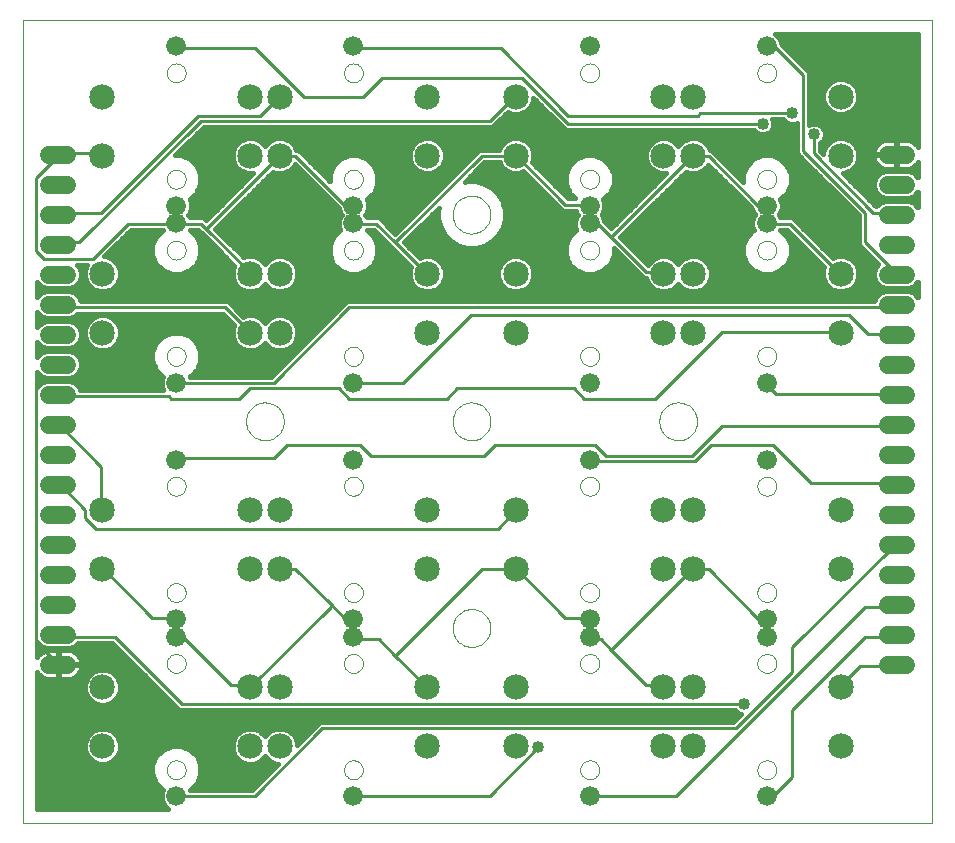
<source format=gtl>
G75*
%MOIN*%
%OFA0B0*%
%FSLAX24Y24*%
%IPPOS*%
%LPD*%
%AMOC8*
5,1,8,0,0,1.08239X$1,22.5*
%
%ADD10C,0.0000*%
%ADD11C,0.0850*%
%ADD12C,0.0660*%
%ADD13C,0.0600*%
%ADD14C,0.0100*%
%ADD15C,0.0400*%
%ADD16C,0.0160*%
D10*
X001755Y000967D02*
X001755Y027739D01*
X032070Y027739D01*
X032070Y000967D01*
X001755Y000967D01*
X006558Y002739D02*
X006560Y002774D01*
X006566Y002809D01*
X006576Y002843D01*
X006589Y002876D01*
X006606Y002907D01*
X006627Y002935D01*
X006650Y002962D01*
X006677Y002985D01*
X006705Y003006D01*
X006736Y003023D01*
X006769Y003036D01*
X006803Y003046D01*
X006838Y003052D01*
X006873Y003054D01*
X006908Y003052D01*
X006943Y003046D01*
X006977Y003036D01*
X007010Y003023D01*
X007041Y003006D01*
X007069Y002985D01*
X007096Y002962D01*
X007119Y002935D01*
X007140Y002907D01*
X007157Y002876D01*
X007170Y002843D01*
X007180Y002809D01*
X007186Y002774D01*
X007188Y002739D01*
X007186Y002704D01*
X007180Y002669D01*
X007170Y002635D01*
X007157Y002602D01*
X007140Y002571D01*
X007119Y002543D01*
X007096Y002516D01*
X007069Y002493D01*
X007041Y002472D01*
X007010Y002455D01*
X006977Y002442D01*
X006943Y002432D01*
X006908Y002426D01*
X006873Y002424D01*
X006838Y002426D01*
X006803Y002432D01*
X006769Y002442D01*
X006736Y002455D01*
X006705Y002472D01*
X006677Y002493D01*
X006650Y002516D01*
X006627Y002543D01*
X006606Y002571D01*
X006589Y002602D01*
X006576Y002635D01*
X006566Y002669D01*
X006560Y002704D01*
X006558Y002739D01*
X006558Y006282D02*
X006560Y006317D01*
X006566Y006352D01*
X006576Y006386D01*
X006589Y006419D01*
X006606Y006450D01*
X006627Y006478D01*
X006650Y006505D01*
X006677Y006528D01*
X006705Y006549D01*
X006736Y006566D01*
X006769Y006579D01*
X006803Y006589D01*
X006838Y006595D01*
X006873Y006597D01*
X006908Y006595D01*
X006943Y006589D01*
X006977Y006579D01*
X007010Y006566D01*
X007041Y006549D01*
X007069Y006528D01*
X007096Y006505D01*
X007119Y006478D01*
X007140Y006450D01*
X007157Y006419D01*
X007170Y006386D01*
X007180Y006352D01*
X007186Y006317D01*
X007188Y006282D01*
X007186Y006247D01*
X007180Y006212D01*
X007170Y006178D01*
X007157Y006145D01*
X007140Y006114D01*
X007119Y006086D01*
X007096Y006059D01*
X007069Y006036D01*
X007041Y006015D01*
X007010Y005998D01*
X006977Y005985D01*
X006943Y005975D01*
X006908Y005969D01*
X006873Y005967D01*
X006838Y005969D01*
X006803Y005975D01*
X006769Y005985D01*
X006736Y005998D01*
X006705Y006015D01*
X006677Y006036D01*
X006650Y006059D01*
X006627Y006086D01*
X006606Y006114D01*
X006589Y006145D01*
X006576Y006178D01*
X006566Y006212D01*
X006560Y006247D01*
X006558Y006282D01*
X006558Y008645D02*
X006560Y008680D01*
X006566Y008715D01*
X006576Y008749D01*
X006589Y008782D01*
X006606Y008813D01*
X006627Y008841D01*
X006650Y008868D01*
X006677Y008891D01*
X006705Y008912D01*
X006736Y008929D01*
X006769Y008942D01*
X006803Y008952D01*
X006838Y008958D01*
X006873Y008960D01*
X006908Y008958D01*
X006943Y008952D01*
X006977Y008942D01*
X007010Y008929D01*
X007041Y008912D01*
X007069Y008891D01*
X007096Y008868D01*
X007119Y008841D01*
X007140Y008813D01*
X007157Y008782D01*
X007170Y008749D01*
X007180Y008715D01*
X007186Y008680D01*
X007188Y008645D01*
X007186Y008610D01*
X007180Y008575D01*
X007170Y008541D01*
X007157Y008508D01*
X007140Y008477D01*
X007119Y008449D01*
X007096Y008422D01*
X007069Y008399D01*
X007041Y008378D01*
X007010Y008361D01*
X006977Y008348D01*
X006943Y008338D01*
X006908Y008332D01*
X006873Y008330D01*
X006838Y008332D01*
X006803Y008338D01*
X006769Y008348D01*
X006736Y008361D01*
X006705Y008378D01*
X006677Y008399D01*
X006650Y008422D01*
X006627Y008449D01*
X006606Y008477D01*
X006589Y008508D01*
X006576Y008541D01*
X006566Y008575D01*
X006560Y008610D01*
X006558Y008645D01*
X006558Y012188D02*
X006560Y012223D01*
X006566Y012258D01*
X006576Y012292D01*
X006589Y012325D01*
X006606Y012356D01*
X006627Y012384D01*
X006650Y012411D01*
X006677Y012434D01*
X006705Y012455D01*
X006736Y012472D01*
X006769Y012485D01*
X006803Y012495D01*
X006838Y012501D01*
X006873Y012503D01*
X006908Y012501D01*
X006943Y012495D01*
X006977Y012485D01*
X007010Y012472D01*
X007041Y012455D01*
X007069Y012434D01*
X007096Y012411D01*
X007119Y012384D01*
X007140Y012356D01*
X007157Y012325D01*
X007170Y012292D01*
X007180Y012258D01*
X007186Y012223D01*
X007188Y012188D01*
X007186Y012153D01*
X007180Y012118D01*
X007170Y012084D01*
X007157Y012051D01*
X007140Y012020D01*
X007119Y011992D01*
X007096Y011965D01*
X007069Y011942D01*
X007041Y011921D01*
X007010Y011904D01*
X006977Y011891D01*
X006943Y011881D01*
X006908Y011875D01*
X006873Y011873D01*
X006838Y011875D01*
X006803Y011881D01*
X006769Y011891D01*
X006736Y011904D01*
X006705Y011921D01*
X006677Y011942D01*
X006650Y011965D01*
X006627Y011992D01*
X006606Y012020D01*
X006589Y012051D01*
X006576Y012084D01*
X006566Y012118D01*
X006560Y012153D01*
X006558Y012188D01*
X009196Y014353D02*
X009198Y014403D01*
X009204Y014453D01*
X009214Y014502D01*
X009228Y014550D01*
X009245Y014597D01*
X009266Y014642D01*
X009291Y014686D01*
X009319Y014727D01*
X009351Y014766D01*
X009385Y014803D01*
X009422Y014837D01*
X009462Y014867D01*
X009504Y014894D01*
X009548Y014918D01*
X009594Y014939D01*
X009641Y014955D01*
X009689Y014968D01*
X009739Y014977D01*
X009788Y014982D01*
X009839Y014983D01*
X009889Y014980D01*
X009938Y014973D01*
X009987Y014962D01*
X010035Y014947D01*
X010081Y014929D01*
X010126Y014907D01*
X010169Y014881D01*
X010210Y014852D01*
X010249Y014820D01*
X010285Y014785D01*
X010317Y014747D01*
X010347Y014707D01*
X010374Y014664D01*
X010397Y014620D01*
X010416Y014574D01*
X010432Y014526D01*
X010444Y014477D01*
X010452Y014428D01*
X010456Y014378D01*
X010456Y014328D01*
X010452Y014278D01*
X010444Y014229D01*
X010432Y014180D01*
X010416Y014132D01*
X010397Y014086D01*
X010374Y014042D01*
X010347Y013999D01*
X010317Y013959D01*
X010285Y013921D01*
X010249Y013886D01*
X010210Y013854D01*
X010169Y013825D01*
X010126Y013799D01*
X010081Y013777D01*
X010035Y013759D01*
X009987Y013744D01*
X009938Y013733D01*
X009889Y013726D01*
X009839Y013723D01*
X009788Y013724D01*
X009739Y013729D01*
X009689Y013738D01*
X009641Y013751D01*
X009594Y013767D01*
X009548Y013788D01*
X009504Y013812D01*
X009462Y013839D01*
X009422Y013869D01*
X009385Y013903D01*
X009351Y013940D01*
X009319Y013979D01*
X009291Y014020D01*
X009266Y014064D01*
X009245Y014109D01*
X009228Y014156D01*
X009214Y014204D01*
X009204Y014253D01*
X009198Y014303D01*
X009196Y014353D01*
X006558Y016519D02*
X006560Y016554D01*
X006566Y016589D01*
X006576Y016623D01*
X006589Y016656D01*
X006606Y016687D01*
X006627Y016715D01*
X006650Y016742D01*
X006677Y016765D01*
X006705Y016786D01*
X006736Y016803D01*
X006769Y016816D01*
X006803Y016826D01*
X006838Y016832D01*
X006873Y016834D01*
X006908Y016832D01*
X006943Y016826D01*
X006977Y016816D01*
X007010Y016803D01*
X007041Y016786D01*
X007069Y016765D01*
X007096Y016742D01*
X007119Y016715D01*
X007140Y016687D01*
X007157Y016656D01*
X007170Y016623D01*
X007180Y016589D01*
X007186Y016554D01*
X007188Y016519D01*
X007186Y016484D01*
X007180Y016449D01*
X007170Y016415D01*
X007157Y016382D01*
X007140Y016351D01*
X007119Y016323D01*
X007096Y016296D01*
X007069Y016273D01*
X007041Y016252D01*
X007010Y016235D01*
X006977Y016222D01*
X006943Y016212D01*
X006908Y016206D01*
X006873Y016204D01*
X006838Y016206D01*
X006803Y016212D01*
X006769Y016222D01*
X006736Y016235D01*
X006705Y016252D01*
X006677Y016273D01*
X006650Y016296D01*
X006627Y016323D01*
X006606Y016351D01*
X006589Y016382D01*
X006576Y016415D01*
X006566Y016449D01*
X006560Y016484D01*
X006558Y016519D01*
X006558Y020062D02*
X006560Y020097D01*
X006566Y020132D01*
X006576Y020166D01*
X006589Y020199D01*
X006606Y020230D01*
X006627Y020258D01*
X006650Y020285D01*
X006677Y020308D01*
X006705Y020329D01*
X006736Y020346D01*
X006769Y020359D01*
X006803Y020369D01*
X006838Y020375D01*
X006873Y020377D01*
X006908Y020375D01*
X006943Y020369D01*
X006977Y020359D01*
X007010Y020346D01*
X007041Y020329D01*
X007069Y020308D01*
X007096Y020285D01*
X007119Y020258D01*
X007140Y020230D01*
X007157Y020199D01*
X007170Y020166D01*
X007180Y020132D01*
X007186Y020097D01*
X007188Y020062D01*
X007186Y020027D01*
X007180Y019992D01*
X007170Y019958D01*
X007157Y019925D01*
X007140Y019894D01*
X007119Y019866D01*
X007096Y019839D01*
X007069Y019816D01*
X007041Y019795D01*
X007010Y019778D01*
X006977Y019765D01*
X006943Y019755D01*
X006908Y019749D01*
X006873Y019747D01*
X006838Y019749D01*
X006803Y019755D01*
X006769Y019765D01*
X006736Y019778D01*
X006705Y019795D01*
X006677Y019816D01*
X006650Y019839D01*
X006627Y019866D01*
X006606Y019894D01*
X006589Y019925D01*
X006576Y019958D01*
X006566Y019992D01*
X006560Y020027D01*
X006558Y020062D01*
X006558Y022424D02*
X006560Y022459D01*
X006566Y022494D01*
X006576Y022528D01*
X006589Y022561D01*
X006606Y022592D01*
X006627Y022620D01*
X006650Y022647D01*
X006677Y022670D01*
X006705Y022691D01*
X006736Y022708D01*
X006769Y022721D01*
X006803Y022731D01*
X006838Y022737D01*
X006873Y022739D01*
X006908Y022737D01*
X006943Y022731D01*
X006977Y022721D01*
X007010Y022708D01*
X007041Y022691D01*
X007069Y022670D01*
X007096Y022647D01*
X007119Y022620D01*
X007140Y022592D01*
X007157Y022561D01*
X007170Y022528D01*
X007180Y022494D01*
X007186Y022459D01*
X007188Y022424D01*
X007186Y022389D01*
X007180Y022354D01*
X007170Y022320D01*
X007157Y022287D01*
X007140Y022256D01*
X007119Y022228D01*
X007096Y022201D01*
X007069Y022178D01*
X007041Y022157D01*
X007010Y022140D01*
X006977Y022127D01*
X006943Y022117D01*
X006908Y022111D01*
X006873Y022109D01*
X006838Y022111D01*
X006803Y022117D01*
X006769Y022127D01*
X006736Y022140D01*
X006705Y022157D01*
X006677Y022178D01*
X006650Y022201D01*
X006627Y022228D01*
X006606Y022256D01*
X006589Y022287D01*
X006576Y022320D01*
X006566Y022354D01*
X006560Y022389D01*
X006558Y022424D01*
X006558Y025967D02*
X006560Y026002D01*
X006566Y026037D01*
X006576Y026071D01*
X006589Y026104D01*
X006606Y026135D01*
X006627Y026163D01*
X006650Y026190D01*
X006677Y026213D01*
X006705Y026234D01*
X006736Y026251D01*
X006769Y026264D01*
X006803Y026274D01*
X006838Y026280D01*
X006873Y026282D01*
X006908Y026280D01*
X006943Y026274D01*
X006977Y026264D01*
X007010Y026251D01*
X007041Y026234D01*
X007069Y026213D01*
X007096Y026190D01*
X007119Y026163D01*
X007140Y026135D01*
X007157Y026104D01*
X007170Y026071D01*
X007180Y026037D01*
X007186Y026002D01*
X007188Y025967D01*
X007186Y025932D01*
X007180Y025897D01*
X007170Y025863D01*
X007157Y025830D01*
X007140Y025799D01*
X007119Y025771D01*
X007096Y025744D01*
X007069Y025721D01*
X007041Y025700D01*
X007010Y025683D01*
X006977Y025670D01*
X006943Y025660D01*
X006908Y025654D01*
X006873Y025652D01*
X006838Y025654D01*
X006803Y025660D01*
X006769Y025670D01*
X006736Y025683D01*
X006705Y025700D01*
X006677Y025721D01*
X006650Y025744D01*
X006627Y025771D01*
X006606Y025799D01*
X006589Y025830D01*
X006576Y025863D01*
X006566Y025897D01*
X006560Y025932D01*
X006558Y025967D01*
X012463Y025967D02*
X012465Y026002D01*
X012471Y026037D01*
X012481Y026071D01*
X012494Y026104D01*
X012511Y026135D01*
X012532Y026163D01*
X012555Y026190D01*
X012582Y026213D01*
X012610Y026234D01*
X012641Y026251D01*
X012674Y026264D01*
X012708Y026274D01*
X012743Y026280D01*
X012778Y026282D01*
X012813Y026280D01*
X012848Y026274D01*
X012882Y026264D01*
X012915Y026251D01*
X012946Y026234D01*
X012974Y026213D01*
X013001Y026190D01*
X013024Y026163D01*
X013045Y026135D01*
X013062Y026104D01*
X013075Y026071D01*
X013085Y026037D01*
X013091Y026002D01*
X013093Y025967D01*
X013091Y025932D01*
X013085Y025897D01*
X013075Y025863D01*
X013062Y025830D01*
X013045Y025799D01*
X013024Y025771D01*
X013001Y025744D01*
X012974Y025721D01*
X012946Y025700D01*
X012915Y025683D01*
X012882Y025670D01*
X012848Y025660D01*
X012813Y025654D01*
X012778Y025652D01*
X012743Y025654D01*
X012708Y025660D01*
X012674Y025670D01*
X012641Y025683D01*
X012610Y025700D01*
X012582Y025721D01*
X012555Y025744D01*
X012532Y025771D01*
X012511Y025799D01*
X012494Y025830D01*
X012481Y025863D01*
X012471Y025897D01*
X012465Y025932D01*
X012463Y025967D01*
X012463Y022424D02*
X012465Y022459D01*
X012471Y022494D01*
X012481Y022528D01*
X012494Y022561D01*
X012511Y022592D01*
X012532Y022620D01*
X012555Y022647D01*
X012582Y022670D01*
X012610Y022691D01*
X012641Y022708D01*
X012674Y022721D01*
X012708Y022731D01*
X012743Y022737D01*
X012778Y022739D01*
X012813Y022737D01*
X012848Y022731D01*
X012882Y022721D01*
X012915Y022708D01*
X012946Y022691D01*
X012974Y022670D01*
X013001Y022647D01*
X013024Y022620D01*
X013045Y022592D01*
X013062Y022561D01*
X013075Y022528D01*
X013085Y022494D01*
X013091Y022459D01*
X013093Y022424D01*
X013091Y022389D01*
X013085Y022354D01*
X013075Y022320D01*
X013062Y022287D01*
X013045Y022256D01*
X013024Y022228D01*
X013001Y022201D01*
X012974Y022178D01*
X012946Y022157D01*
X012915Y022140D01*
X012882Y022127D01*
X012848Y022117D01*
X012813Y022111D01*
X012778Y022109D01*
X012743Y022111D01*
X012708Y022117D01*
X012674Y022127D01*
X012641Y022140D01*
X012610Y022157D01*
X012582Y022178D01*
X012555Y022201D01*
X012532Y022228D01*
X012511Y022256D01*
X012494Y022287D01*
X012481Y022320D01*
X012471Y022354D01*
X012465Y022389D01*
X012463Y022424D01*
X012463Y020062D02*
X012465Y020097D01*
X012471Y020132D01*
X012481Y020166D01*
X012494Y020199D01*
X012511Y020230D01*
X012532Y020258D01*
X012555Y020285D01*
X012582Y020308D01*
X012610Y020329D01*
X012641Y020346D01*
X012674Y020359D01*
X012708Y020369D01*
X012743Y020375D01*
X012778Y020377D01*
X012813Y020375D01*
X012848Y020369D01*
X012882Y020359D01*
X012915Y020346D01*
X012946Y020329D01*
X012974Y020308D01*
X013001Y020285D01*
X013024Y020258D01*
X013045Y020230D01*
X013062Y020199D01*
X013075Y020166D01*
X013085Y020132D01*
X013091Y020097D01*
X013093Y020062D01*
X013091Y020027D01*
X013085Y019992D01*
X013075Y019958D01*
X013062Y019925D01*
X013045Y019894D01*
X013024Y019866D01*
X013001Y019839D01*
X012974Y019816D01*
X012946Y019795D01*
X012915Y019778D01*
X012882Y019765D01*
X012848Y019755D01*
X012813Y019749D01*
X012778Y019747D01*
X012743Y019749D01*
X012708Y019755D01*
X012674Y019765D01*
X012641Y019778D01*
X012610Y019795D01*
X012582Y019816D01*
X012555Y019839D01*
X012532Y019866D01*
X012511Y019894D01*
X012494Y019925D01*
X012481Y019958D01*
X012471Y019992D01*
X012465Y020027D01*
X012463Y020062D01*
X012463Y016519D02*
X012465Y016554D01*
X012471Y016589D01*
X012481Y016623D01*
X012494Y016656D01*
X012511Y016687D01*
X012532Y016715D01*
X012555Y016742D01*
X012582Y016765D01*
X012610Y016786D01*
X012641Y016803D01*
X012674Y016816D01*
X012708Y016826D01*
X012743Y016832D01*
X012778Y016834D01*
X012813Y016832D01*
X012848Y016826D01*
X012882Y016816D01*
X012915Y016803D01*
X012946Y016786D01*
X012974Y016765D01*
X013001Y016742D01*
X013024Y016715D01*
X013045Y016687D01*
X013062Y016656D01*
X013075Y016623D01*
X013085Y016589D01*
X013091Y016554D01*
X013093Y016519D01*
X013091Y016484D01*
X013085Y016449D01*
X013075Y016415D01*
X013062Y016382D01*
X013045Y016351D01*
X013024Y016323D01*
X013001Y016296D01*
X012974Y016273D01*
X012946Y016252D01*
X012915Y016235D01*
X012882Y016222D01*
X012848Y016212D01*
X012813Y016206D01*
X012778Y016204D01*
X012743Y016206D01*
X012708Y016212D01*
X012674Y016222D01*
X012641Y016235D01*
X012610Y016252D01*
X012582Y016273D01*
X012555Y016296D01*
X012532Y016323D01*
X012511Y016351D01*
X012494Y016382D01*
X012481Y016415D01*
X012471Y016449D01*
X012465Y016484D01*
X012463Y016519D01*
X016085Y014353D02*
X016087Y014403D01*
X016093Y014453D01*
X016103Y014502D01*
X016117Y014550D01*
X016134Y014597D01*
X016155Y014642D01*
X016180Y014686D01*
X016208Y014727D01*
X016240Y014766D01*
X016274Y014803D01*
X016311Y014837D01*
X016351Y014867D01*
X016393Y014894D01*
X016437Y014918D01*
X016483Y014939D01*
X016530Y014955D01*
X016578Y014968D01*
X016628Y014977D01*
X016677Y014982D01*
X016728Y014983D01*
X016778Y014980D01*
X016827Y014973D01*
X016876Y014962D01*
X016924Y014947D01*
X016970Y014929D01*
X017015Y014907D01*
X017058Y014881D01*
X017099Y014852D01*
X017138Y014820D01*
X017174Y014785D01*
X017206Y014747D01*
X017236Y014707D01*
X017263Y014664D01*
X017286Y014620D01*
X017305Y014574D01*
X017321Y014526D01*
X017333Y014477D01*
X017341Y014428D01*
X017345Y014378D01*
X017345Y014328D01*
X017341Y014278D01*
X017333Y014229D01*
X017321Y014180D01*
X017305Y014132D01*
X017286Y014086D01*
X017263Y014042D01*
X017236Y013999D01*
X017206Y013959D01*
X017174Y013921D01*
X017138Y013886D01*
X017099Y013854D01*
X017058Y013825D01*
X017015Y013799D01*
X016970Y013777D01*
X016924Y013759D01*
X016876Y013744D01*
X016827Y013733D01*
X016778Y013726D01*
X016728Y013723D01*
X016677Y013724D01*
X016628Y013729D01*
X016578Y013738D01*
X016530Y013751D01*
X016483Y013767D01*
X016437Y013788D01*
X016393Y013812D01*
X016351Y013839D01*
X016311Y013869D01*
X016274Y013903D01*
X016240Y013940D01*
X016208Y013979D01*
X016180Y014020D01*
X016155Y014064D01*
X016134Y014109D01*
X016117Y014156D01*
X016103Y014204D01*
X016093Y014253D01*
X016087Y014303D01*
X016085Y014353D01*
X012463Y012188D02*
X012465Y012223D01*
X012471Y012258D01*
X012481Y012292D01*
X012494Y012325D01*
X012511Y012356D01*
X012532Y012384D01*
X012555Y012411D01*
X012582Y012434D01*
X012610Y012455D01*
X012641Y012472D01*
X012674Y012485D01*
X012708Y012495D01*
X012743Y012501D01*
X012778Y012503D01*
X012813Y012501D01*
X012848Y012495D01*
X012882Y012485D01*
X012915Y012472D01*
X012946Y012455D01*
X012974Y012434D01*
X013001Y012411D01*
X013024Y012384D01*
X013045Y012356D01*
X013062Y012325D01*
X013075Y012292D01*
X013085Y012258D01*
X013091Y012223D01*
X013093Y012188D01*
X013091Y012153D01*
X013085Y012118D01*
X013075Y012084D01*
X013062Y012051D01*
X013045Y012020D01*
X013024Y011992D01*
X013001Y011965D01*
X012974Y011942D01*
X012946Y011921D01*
X012915Y011904D01*
X012882Y011891D01*
X012848Y011881D01*
X012813Y011875D01*
X012778Y011873D01*
X012743Y011875D01*
X012708Y011881D01*
X012674Y011891D01*
X012641Y011904D01*
X012610Y011921D01*
X012582Y011942D01*
X012555Y011965D01*
X012532Y011992D01*
X012511Y012020D01*
X012494Y012051D01*
X012481Y012084D01*
X012471Y012118D01*
X012465Y012153D01*
X012463Y012188D01*
X012463Y008645D02*
X012465Y008680D01*
X012471Y008715D01*
X012481Y008749D01*
X012494Y008782D01*
X012511Y008813D01*
X012532Y008841D01*
X012555Y008868D01*
X012582Y008891D01*
X012610Y008912D01*
X012641Y008929D01*
X012674Y008942D01*
X012708Y008952D01*
X012743Y008958D01*
X012778Y008960D01*
X012813Y008958D01*
X012848Y008952D01*
X012882Y008942D01*
X012915Y008929D01*
X012946Y008912D01*
X012974Y008891D01*
X013001Y008868D01*
X013024Y008841D01*
X013045Y008813D01*
X013062Y008782D01*
X013075Y008749D01*
X013085Y008715D01*
X013091Y008680D01*
X013093Y008645D01*
X013091Y008610D01*
X013085Y008575D01*
X013075Y008541D01*
X013062Y008508D01*
X013045Y008477D01*
X013024Y008449D01*
X013001Y008422D01*
X012974Y008399D01*
X012946Y008378D01*
X012915Y008361D01*
X012882Y008348D01*
X012848Y008338D01*
X012813Y008332D01*
X012778Y008330D01*
X012743Y008332D01*
X012708Y008338D01*
X012674Y008348D01*
X012641Y008361D01*
X012610Y008378D01*
X012582Y008399D01*
X012555Y008422D01*
X012532Y008449D01*
X012511Y008477D01*
X012494Y008508D01*
X012481Y008541D01*
X012471Y008575D01*
X012465Y008610D01*
X012463Y008645D01*
X012463Y006282D02*
X012465Y006317D01*
X012471Y006352D01*
X012481Y006386D01*
X012494Y006419D01*
X012511Y006450D01*
X012532Y006478D01*
X012555Y006505D01*
X012582Y006528D01*
X012610Y006549D01*
X012641Y006566D01*
X012674Y006579D01*
X012708Y006589D01*
X012743Y006595D01*
X012778Y006597D01*
X012813Y006595D01*
X012848Y006589D01*
X012882Y006579D01*
X012915Y006566D01*
X012946Y006549D01*
X012974Y006528D01*
X013001Y006505D01*
X013024Y006478D01*
X013045Y006450D01*
X013062Y006419D01*
X013075Y006386D01*
X013085Y006352D01*
X013091Y006317D01*
X013093Y006282D01*
X013091Y006247D01*
X013085Y006212D01*
X013075Y006178D01*
X013062Y006145D01*
X013045Y006114D01*
X013024Y006086D01*
X013001Y006059D01*
X012974Y006036D01*
X012946Y006015D01*
X012915Y005998D01*
X012882Y005985D01*
X012848Y005975D01*
X012813Y005969D01*
X012778Y005967D01*
X012743Y005969D01*
X012708Y005975D01*
X012674Y005985D01*
X012641Y005998D01*
X012610Y006015D01*
X012582Y006036D01*
X012555Y006059D01*
X012532Y006086D01*
X012511Y006114D01*
X012494Y006145D01*
X012481Y006178D01*
X012471Y006212D01*
X012465Y006247D01*
X012463Y006282D01*
X012463Y002739D02*
X012465Y002774D01*
X012471Y002809D01*
X012481Y002843D01*
X012494Y002876D01*
X012511Y002907D01*
X012532Y002935D01*
X012555Y002962D01*
X012582Y002985D01*
X012610Y003006D01*
X012641Y003023D01*
X012674Y003036D01*
X012708Y003046D01*
X012743Y003052D01*
X012778Y003054D01*
X012813Y003052D01*
X012848Y003046D01*
X012882Y003036D01*
X012915Y003023D01*
X012946Y003006D01*
X012974Y002985D01*
X013001Y002962D01*
X013024Y002935D01*
X013045Y002907D01*
X013062Y002876D01*
X013075Y002843D01*
X013085Y002809D01*
X013091Y002774D01*
X013093Y002739D01*
X013091Y002704D01*
X013085Y002669D01*
X013075Y002635D01*
X013062Y002602D01*
X013045Y002571D01*
X013024Y002543D01*
X013001Y002516D01*
X012974Y002493D01*
X012946Y002472D01*
X012915Y002455D01*
X012882Y002442D01*
X012848Y002432D01*
X012813Y002426D01*
X012778Y002424D01*
X012743Y002426D01*
X012708Y002432D01*
X012674Y002442D01*
X012641Y002455D01*
X012610Y002472D01*
X012582Y002493D01*
X012555Y002516D01*
X012532Y002543D01*
X012511Y002571D01*
X012494Y002602D01*
X012481Y002635D01*
X012471Y002669D01*
X012465Y002704D01*
X012463Y002739D01*
X016085Y007463D02*
X016087Y007513D01*
X016093Y007563D01*
X016103Y007612D01*
X016117Y007660D01*
X016134Y007707D01*
X016155Y007752D01*
X016180Y007796D01*
X016208Y007837D01*
X016240Y007876D01*
X016274Y007913D01*
X016311Y007947D01*
X016351Y007977D01*
X016393Y008004D01*
X016437Y008028D01*
X016483Y008049D01*
X016530Y008065D01*
X016578Y008078D01*
X016628Y008087D01*
X016677Y008092D01*
X016728Y008093D01*
X016778Y008090D01*
X016827Y008083D01*
X016876Y008072D01*
X016924Y008057D01*
X016970Y008039D01*
X017015Y008017D01*
X017058Y007991D01*
X017099Y007962D01*
X017138Y007930D01*
X017174Y007895D01*
X017206Y007857D01*
X017236Y007817D01*
X017263Y007774D01*
X017286Y007730D01*
X017305Y007684D01*
X017321Y007636D01*
X017333Y007587D01*
X017341Y007538D01*
X017345Y007488D01*
X017345Y007438D01*
X017341Y007388D01*
X017333Y007339D01*
X017321Y007290D01*
X017305Y007242D01*
X017286Y007196D01*
X017263Y007152D01*
X017236Y007109D01*
X017206Y007069D01*
X017174Y007031D01*
X017138Y006996D01*
X017099Y006964D01*
X017058Y006935D01*
X017015Y006909D01*
X016970Y006887D01*
X016924Y006869D01*
X016876Y006854D01*
X016827Y006843D01*
X016778Y006836D01*
X016728Y006833D01*
X016677Y006834D01*
X016628Y006839D01*
X016578Y006848D01*
X016530Y006861D01*
X016483Y006877D01*
X016437Y006898D01*
X016393Y006922D01*
X016351Y006949D01*
X016311Y006979D01*
X016274Y007013D01*
X016240Y007050D01*
X016208Y007089D01*
X016180Y007130D01*
X016155Y007174D01*
X016134Y007219D01*
X016117Y007266D01*
X016103Y007314D01*
X016093Y007363D01*
X016087Y007413D01*
X016085Y007463D01*
X020337Y006282D02*
X020339Y006317D01*
X020345Y006352D01*
X020355Y006386D01*
X020368Y006419D01*
X020385Y006450D01*
X020406Y006478D01*
X020429Y006505D01*
X020456Y006528D01*
X020484Y006549D01*
X020515Y006566D01*
X020548Y006579D01*
X020582Y006589D01*
X020617Y006595D01*
X020652Y006597D01*
X020687Y006595D01*
X020722Y006589D01*
X020756Y006579D01*
X020789Y006566D01*
X020820Y006549D01*
X020848Y006528D01*
X020875Y006505D01*
X020898Y006478D01*
X020919Y006450D01*
X020936Y006419D01*
X020949Y006386D01*
X020959Y006352D01*
X020965Y006317D01*
X020967Y006282D01*
X020965Y006247D01*
X020959Y006212D01*
X020949Y006178D01*
X020936Y006145D01*
X020919Y006114D01*
X020898Y006086D01*
X020875Y006059D01*
X020848Y006036D01*
X020820Y006015D01*
X020789Y005998D01*
X020756Y005985D01*
X020722Y005975D01*
X020687Y005969D01*
X020652Y005967D01*
X020617Y005969D01*
X020582Y005975D01*
X020548Y005985D01*
X020515Y005998D01*
X020484Y006015D01*
X020456Y006036D01*
X020429Y006059D01*
X020406Y006086D01*
X020385Y006114D01*
X020368Y006145D01*
X020355Y006178D01*
X020345Y006212D01*
X020339Y006247D01*
X020337Y006282D01*
X020337Y008645D02*
X020339Y008680D01*
X020345Y008715D01*
X020355Y008749D01*
X020368Y008782D01*
X020385Y008813D01*
X020406Y008841D01*
X020429Y008868D01*
X020456Y008891D01*
X020484Y008912D01*
X020515Y008929D01*
X020548Y008942D01*
X020582Y008952D01*
X020617Y008958D01*
X020652Y008960D01*
X020687Y008958D01*
X020722Y008952D01*
X020756Y008942D01*
X020789Y008929D01*
X020820Y008912D01*
X020848Y008891D01*
X020875Y008868D01*
X020898Y008841D01*
X020919Y008813D01*
X020936Y008782D01*
X020949Y008749D01*
X020959Y008715D01*
X020965Y008680D01*
X020967Y008645D01*
X020965Y008610D01*
X020959Y008575D01*
X020949Y008541D01*
X020936Y008508D01*
X020919Y008477D01*
X020898Y008449D01*
X020875Y008422D01*
X020848Y008399D01*
X020820Y008378D01*
X020789Y008361D01*
X020756Y008348D01*
X020722Y008338D01*
X020687Y008332D01*
X020652Y008330D01*
X020617Y008332D01*
X020582Y008338D01*
X020548Y008348D01*
X020515Y008361D01*
X020484Y008378D01*
X020456Y008399D01*
X020429Y008422D01*
X020406Y008449D01*
X020385Y008477D01*
X020368Y008508D01*
X020355Y008541D01*
X020345Y008575D01*
X020339Y008610D01*
X020337Y008645D01*
X020337Y012188D02*
X020339Y012223D01*
X020345Y012258D01*
X020355Y012292D01*
X020368Y012325D01*
X020385Y012356D01*
X020406Y012384D01*
X020429Y012411D01*
X020456Y012434D01*
X020484Y012455D01*
X020515Y012472D01*
X020548Y012485D01*
X020582Y012495D01*
X020617Y012501D01*
X020652Y012503D01*
X020687Y012501D01*
X020722Y012495D01*
X020756Y012485D01*
X020789Y012472D01*
X020820Y012455D01*
X020848Y012434D01*
X020875Y012411D01*
X020898Y012384D01*
X020919Y012356D01*
X020936Y012325D01*
X020949Y012292D01*
X020959Y012258D01*
X020965Y012223D01*
X020967Y012188D01*
X020965Y012153D01*
X020959Y012118D01*
X020949Y012084D01*
X020936Y012051D01*
X020919Y012020D01*
X020898Y011992D01*
X020875Y011965D01*
X020848Y011942D01*
X020820Y011921D01*
X020789Y011904D01*
X020756Y011891D01*
X020722Y011881D01*
X020687Y011875D01*
X020652Y011873D01*
X020617Y011875D01*
X020582Y011881D01*
X020548Y011891D01*
X020515Y011904D01*
X020484Y011921D01*
X020456Y011942D01*
X020429Y011965D01*
X020406Y011992D01*
X020385Y012020D01*
X020368Y012051D01*
X020355Y012084D01*
X020345Y012118D01*
X020339Y012153D01*
X020337Y012188D01*
X022975Y014353D02*
X022977Y014403D01*
X022983Y014453D01*
X022993Y014502D01*
X023007Y014550D01*
X023024Y014597D01*
X023045Y014642D01*
X023070Y014686D01*
X023098Y014727D01*
X023130Y014766D01*
X023164Y014803D01*
X023201Y014837D01*
X023241Y014867D01*
X023283Y014894D01*
X023327Y014918D01*
X023373Y014939D01*
X023420Y014955D01*
X023468Y014968D01*
X023518Y014977D01*
X023567Y014982D01*
X023618Y014983D01*
X023668Y014980D01*
X023717Y014973D01*
X023766Y014962D01*
X023814Y014947D01*
X023860Y014929D01*
X023905Y014907D01*
X023948Y014881D01*
X023989Y014852D01*
X024028Y014820D01*
X024064Y014785D01*
X024096Y014747D01*
X024126Y014707D01*
X024153Y014664D01*
X024176Y014620D01*
X024195Y014574D01*
X024211Y014526D01*
X024223Y014477D01*
X024231Y014428D01*
X024235Y014378D01*
X024235Y014328D01*
X024231Y014278D01*
X024223Y014229D01*
X024211Y014180D01*
X024195Y014132D01*
X024176Y014086D01*
X024153Y014042D01*
X024126Y013999D01*
X024096Y013959D01*
X024064Y013921D01*
X024028Y013886D01*
X023989Y013854D01*
X023948Y013825D01*
X023905Y013799D01*
X023860Y013777D01*
X023814Y013759D01*
X023766Y013744D01*
X023717Y013733D01*
X023668Y013726D01*
X023618Y013723D01*
X023567Y013724D01*
X023518Y013729D01*
X023468Y013738D01*
X023420Y013751D01*
X023373Y013767D01*
X023327Y013788D01*
X023283Y013812D01*
X023241Y013839D01*
X023201Y013869D01*
X023164Y013903D01*
X023130Y013940D01*
X023098Y013979D01*
X023070Y014020D01*
X023045Y014064D01*
X023024Y014109D01*
X023007Y014156D01*
X022993Y014204D01*
X022983Y014253D01*
X022977Y014303D01*
X022975Y014353D01*
X020337Y016519D02*
X020339Y016554D01*
X020345Y016589D01*
X020355Y016623D01*
X020368Y016656D01*
X020385Y016687D01*
X020406Y016715D01*
X020429Y016742D01*
X020456Y016765D01*
X020484Y016786D01*
X020515Y016803D01*
X020548Y016816D01*
X020582Y016826D01*
X020617Y016832D01*
X020652Y016834D01*
X020687Y016832D01*
X020722Y016826D01*
X020756Y016816D01*
X020789Y016803D01*
X020820Y016786D01*
X020848Y016765D01*
X020875Y016742D01*
X020898Y016715D01*
X020919Y016687D01*
X020936Y016656D01*
X020949Y016623D01*
X020959Y016589D01*
X020965Y016554D01*
X020967Y016519D01*
X020965Y016484D01*
X020959Y016449D01*
X020949Y016415D01*
X020936Y016382D01*
X020919Y016351D01*
X020898Y016323D01*
X020875Y016296D01*
X020848Y016273D01*
X020820Y016252D01*
X020789Y016235D01*
X020756Y016222D01*
X020722Y016212D01*
X020687Y016206D01*
X020652Y016204D01*
X020617Y016206D01*
X020582Y016212D01*
X020548Y016222D01*
X020515Y016235D01*
X020484Y016252D01*
X020456Y016273D01*
X020429Y016296D01*
X020406Y016323D01*
X020385Y016351D01*
X020368Y016382D01*
X020355Y016415D01*
X020345Y016449D01*
X020339Y016484D01*
X020337Y016519D01*
X020337Y020062D02*
X020339Y020097D01*
X020345Y020132D01*
X020355Y020166D01*
X020368Y020199D01*
X020385Y020230D01*
X020406Y020258D01*
X020429Y020285D01*
X020456Y020308D01*
X020484Y020329D01*
X020515Y020346D01*
X020548Y020359D01*
X020582Y020369D01*
X020617Y020375D01*
X020652Y020377D01*
X020687Y020375D01*
X020722Y020369D01*
X020756Y020359D01*
X020789Y020346D01*
X020820Y020329D01*
X020848Y020308D01*
X020875Y020285D01*
X020898Y020258D01*
X020919Y020230D01*
X020936Y020199D01*
X020949Y020166D01*
X020959Y020132D01*
X020965Y020097D01*
X020967Y020062D01*
X020965Y020027D01*
X020959Y019992D01*
X020949Y019958D01*
X020936Y019925D01*
X020919Y019894D01*
X020898Y019866D01*
X020875Y019839D01*
X020848Y019816D01*
X020820Y019795D01*
X020789Y019778D01*
X020756Y019765D01*
X020722Y019755D01*
X020687Y019749D01*
X020652Y019747D01*
X020617Y019749D01*
X020582Y019755D01*
X020548Y019765D01*
X020515Y019778D01*
X020484Y019795D01*
X020456Y019816D01*
X020429Y019839D01*
X020406Y019866D01*
X020385Y019894D01*
X020368Y019925D01*
X020355Y019958D01*
X020345Y019992D01*
X020339Y020027D01*
X020337Y020062D01*
X020337Y022424D02*
X020339Y022459D01*
X020345Y022494D01*
X020355Y022528D01*
X020368Y022561D01*
X020385Y022592D01*
X020406Y022620D01*
X020429Y022647D01*
X020456Y022670D01*
X020484Y022691D01*
X020515Y022708D01*
X020548Y022721D01*
X020582Y022731D01*
X020617Y022737D01*
X020652Y022739D01*
X020687Y022737D01*
X020722Y022731D01*
X020756Y022721D01*
X020789Y022708D01*
X020820Y022691D01*
X020848Y022670D01*
X020875Y022647D01*
X020898Y022620D01*
X020919Y022592D01*
X020936Y022561D01*
X020949Y022528D01*
X020959Y022494D01*
X020965Y022459D01*
X020967Y022424D01*
X020965Y022389D01*
X020959Y022354D01*
X020949Y022320D01*
X020936Y022287D01*
X020919Y022256D01*
X020898Y022228D01*
X020875Y022201D01*
X020848Y022178D01*
X020820Y022157D01*
X020789Y022140D01*
X020756Y022127D01*
X020722Y022117D01*
X020687Y022111D01*
X020652Y022109D01*
X020617Y022111D01*
X020582Y022117D01*
X020548Y022127D01*
X020515Y022140D01*
X020484Y022157D01*
X020456Y022178D01*
X020429Y022201D01*
X020406Y022228D01*
X020385Y022256D01*
X020368Y022287D01*
X020355Y022320D01*
X020345Y022354D01*
X020339Y022389D01*
X020337Y022424D01*
X020337Y025967D02*
X020339Y026002D01*
X020345Y026037D01*
X020355Y026071D01*
X020368Y026104D01*
X020385Y026135D01*
X020406Y026163D01*
X020429Y026190D01*
X020456Y026213D01*
X020484Y026234D01*
X020515Y026251D01*
X020548Y026264D01*
X020582Y026274D01*
X020617Y026280D01*
X020652Y026282D01*
X020687Y026280D01*
X020722Y026274D01*
X020756Y026264D01*
X020789Y026251D01*
X020820Y026234D01*
X020848Y026213D01*
X020875Y026190D01*
X020898Y026163D01*
X020919Y026135D01*
X020936Y026104D01*
X020949Y026071D01*
X020959Y026037D01*
X020965Y026002D01*
X020967Y025967D01*
X020965Y025932D01*
X020959Y025897D01*
X020949Y025863D01*
X020936Y025830D01*
X020919Y025799D01*
X020898Y025771D01*
X020875Y025744D01*
X020848Y025721D01*
X020820Y025700D01*
X020789Y025683D01*
X020756Y025670D01*
X020722Y025660D01*
X020687Y025654D01*
X020652Y025652D01*
X020617Y025654D01*
X020582Y025660D01*
X020548Y025670D01*
X020515Y025683D01*
X020484Y025700D01*
X020456Y025721D01*
X020429Y025744D01*
X020406Y025771D01*
X020385Y025799D01*
X020368Y025830D01*
X020355Y025863D01*
X020345Y025897D01*
X020339Y025932D01*
X020337Y025967D01*
X016085Y021243D02*
X016087Y021293D01*
X016093Y021343D01*
X016103Y021392D01*
X016117Y021440D01*
X016134Y021487D01*
X016155Y021532D01*
X016180Y021576D01*
X016208Y021617D01*
X016240Y021656D01*
X016274Y021693D01*
X016311Y021727D01*
X016351Y021757D01*
X016393Y021784D01*
X016437Y021808D01*
X016483Y021829D01*
X016530Y021845D01*
X016578Y021858D01*
X016628Y021867D01*
X016677Y021872D01*
X016728Y021873D01*
X016778Y021870D01*
X016827Y021863D01*
X016876Y021852D01*
X016924Y021837D01*
X016970Y021819D01*
X017015Y021797D01*
X017058Y021771D01*
X017099Y021742D01*
X017138Y021710D01*
X017174Y021675D01*
X017206Y021637D01*
X017236Y021597D01*
X017263Y021554D01*
X017286Y021510D01*
X017305Y021464D01*
X017321Y021416D01*
X017333Y021367D01*
X017341Y021318D01*
X017345Y021268D01*
X017345Y021218D01*
X017341Y021168D01*
X017333Y021119D01*
X017321Y021070D01*
X017305Y021022D01*
X017286Y020976D01*
X017263Y020932D01*
X017236Y020889D01*
X017206Y020849D01*
X017174Y020811D01*
X017138Y020776D01*
X017099Y020744D01*
X017058Y020715D01*
X017015Y020689D01*
X016970Y020667D01*
X016924Y020649D01*
X016876Y020634D01*
X016827Y020623D01*
X016778Y020616D01*
X016728Y020613D01*
X016677Y020614D01*
X016628Y020619D01*
X016578Y020628D01*
X016530Y020641D01*
X016483Y020657D01*
X016437Y020678D01*
X016393Y020702D01*
X016351Y020729D01*
X016311Y020759D01*
X016274Y020793D01*
X016240Y020830D01*
X016208Y020869D01*
X016180Y020910D01*
X016155Y020954D01*
X016134Y020999D01*
X016117Y021046D01*
X016103Y021094D01*
X016093Y021143D01*
X016087Y021193D01*
X016085Y021243D01*
X026243Y022424D02*
X026245Y022459D01*
X026251Y022494D01*
X026261Y022528D01*
X026274Y022561D01*
X026291Y022592D01*
X026312Y022620D01*
X026335Y022647D01*
X026362Y022670D01*
X026390Y022691D01*
X026421Y022708D01*
X026454Y022721D01*
X026488Y022731D01*
X026523Y022737D01*
X026558Y022739D01*
X026593Y022737D01*
X026628Y022731D01*
X026662Y022721D01*
X026695Y022708D01*
X026726Y022691D01*
X026754Y022670D01*
X026781Y022647D01*
X026804Y022620D01*
X026825Y022592D01*
X026842Y022561D01*
X026855Y022528D01*
X026865Y022494D01*
X026871Y022459D01*
X026873Y022424D01*
X026871Y022389D01*
X026865Y022354D01*
X026855Y022320D01*
X026842Y022287D01*
X026825Y022256D01*
X026804Y022228D01*
X026781Y022201D01*
X026754Y022178D01*
X026726Y022157D01*
X026695Y022140D01*
X026662Y022127D01*
X026628Y022117D01*
X026593Y022111D01*
X026558Y022109D01*
X026523Y022111D01*
X026488Y022117D01*
X026454Y022127D01*
X026421Y022140D01*
X026390Y022157D01*
X026362Y022178D01*
X026335Y022201D01*
X026312Y022228D01*
X026291Y022256D01*
X026274Y022287D01*
X026261Y022320D01*
X026251Y022354D01*
X026245Y022389D01*
X026243Y022424D01*
X026243Y020062D02*
X026245Y020097D01*
X026251Y020132D01*
X026261Y020166D01*
X026274Y020199D01*
X026291Y020230D01*
X026312Y020258D01*
X026335Y020285D01*
X026362Y020308D01*
X026390Y020329D01*
X026421Y020346D01*
X026454Y020359D01*
X026488Y020369D01*
X026523Y020375D01*
X026558Y020377D01*
X026593Y020375D01*
X026628Y020369D01*
X026662Y020359D01*
X026695Y020346D01*
X026726Y020329D01*
X026754Y020308D01*
X026781Y020285D01*
X026804Y020258D01*
X026825Y020230D01*
X026842Y020199D01*
X026855Y020166D01*
X026865Y020132D01*
X026871Y020097D01*
X026873Y020062D01*
X026871Y020027D01*
X026865Y019992D01*
X026855Y019958D01*
X026842Y019925D01*
X026825Y019894D01*
X026804Y019866D01*
X026781Y019839D01*
X026754Y019816D01*
X026726Y019795D01*
X026695Y019778D01*
X026662Y019765D01*
X026628Y019755D01*
X026593Y019749D01*
X026558Y019747D01*
X026523Y019749D01*
X026488Y019755D01*
X026454Y019765D01*
X026421Y019778D01*
X026390Y019795D01*
X026362Y019816D01*
X026335Y019839D01*
X026312Y019866D01*
X026291Y019894D01*
X026274Y019925D01*
X026261Y019958D01*
X026251Y019992D01*
X026245Y020027D01*
X026243Y020062D01*
X026243Y016519D02*
X026245Y016554D01*
X026251Y016589D01*
X026261Y016623D01*
X026274Y016656D01*
X026291Y016687D01*
X026312Y016715D01*
X026335Y016742D01*
X026362Y016765D01*
X026390Y016786D01*
X026421Y016803D01*
X026454Y016816D01*
X026488Y016826D01*
X026523Y016832D01*
X026558Y016834D01*
X026593Y016832D01*
X026628Y016826D01*
X026662Y016816D01*
X026695Y016803D01*
X026726Y016786D01*
X026754Y016765D01*
X026781Y016742D01*
X026804Y016715D01*
X026825Y016687D01*
X026842Y016656D01*
X026855Y016623D01*
X026865Y016589D01*
X026871Y016554D01*
X026873Y016519D01*
X026871Y016484D01*
X026865Y016449D01*
X026855Y016415D01*
X026842Y016382D01*
X026825Y016351D01*
X026804Y016323D01*
X026781Y016296D01*
X026754Y016273D01*
X026726Y016252D01*
X026695Y016235D01*
X026662Y016222D01*
X026628Y016212D01*
X026593Y016206D01*
X026558Y016204D01*
X026523Y016206D01*
X026488Y016212D01*
X026454Y016222D01*
X026421Y016235D01*
X026390Y016252D01*
X026362Y016273D01*
X026335Y016296D01*
X026312Y016323D01*
X026291Y016351D01*
X026274Y016382D01*
X026261Y016415D01*
X026251Y016449D01*
X026245Y016484D01*
X026243Y016519D01*
X026243Y012188D02*
X026245Y012223D01*
X026251Y012258D01*
X026261Y012292D01*
X026274Y012325D01*
X026291Y012356D01*
X026312Y012384D01*
X026335Y012411D01*
X026362Y012434D01*
X026390Y012455D01*
X026421Y012472D01*
X026454Y012485D01*
X026488Y012495D01*
X026523Y012501D01*
X026558Y012503D01*
X026593Y012501D01*
X026628Y012495D01*
X026662Y012485D01*
X026695Y012472D01*
X026726Y012455D01*
X026754Y012434D01*
X026781Y012411D01*
X026804Y012384D01*
X026825Y012356D01*
X026842Y012325D01*
X026855Y012292D01*
X026865Y012258D01*
X026871Y012223D01*
X026873Y012188D01*
X026871Y012153D01*
X026865Y012118D01*
X026855Y012084D01*
X026842Y012051D01*
X026825Y012020D01*
X026804Y011992D01*
X026781Y011965D01*
X026754Y011942D01*
X026726Y011921D01*
X026695Y011904D01*
X026662Y011891D01*
X026628Y011881D01*
X026593Y011875D01*
X026558Y011873D01*
X026523Y011875D01*
X026488Y011881D01*
X026454Y011891D01*
X026421Y011904D01*
X026390Y011921D01*
X026362Y011942D01*
X026335Y011965D01*
X026312Y011992D01*
X026291Y012020D01*
X026274Y012051D01*
X026261Y012084D01*
X026251Y012118D01*
X026245Y012153D01*
X026243Y012188D01*
X026243Y008645D02*
X026245Y008680D01*
X026251Y008715D01*
X026261Y008749D01*
X026274Y008782D01*
X026291Y008813D01*
X026312Y008841D01*
X026335Y008868D01*
X026362Y008891D01*
X026390Y008912D01*
X026421Y008929D01*
X026454Y008942D01*
X026488Y008952D01*
X026523Y008958D01*
X026558Y008960D01*
X026593Y008958D01*
X026628Y008952D01*
X026662Y008942D01*
X026695Y008929D01*
X026726Y008912D01*
X026754Y008891D01*
X026781Y008868D01*
X026804Y008841D01*
X026825Y008813D01*
X026842Y008782D01*
X026855Y008749D01*
X026865Y008715D01*
X026871Y008680D01*
X026873Y008645D01*
X026871Y008610D01*
X026865Y008575D01*
X026855Y008541D01*
X026842Y008508D01*
X026825Y008477D01*
X026804Y008449D01*
X026781Y008422D01*
X026754Y008399D01*
X026726Y008378D01*
X026695Y008361D01*
X026662Y008348D01*
X026628Y008338D01*
X026593Y008332D01*
X026558Y008330D01*
X026523Y008332D01*
X026488Y008338D01*
X026454Y008348D01*
X026421Y008361D01*
X026390Y008378D01*
X026362Y008399D01*
X026335Y008422D01*
X026312Y008449D01*
X026291Y008477D01*
X026274Y008508D01*
X026261Y008541D01*
X026251Y008575D01*
X026245Y008610D01*
X026243Y008645D01*
X026243Y006282D02*
X026245Y006317D01*
X026251Y006352D01*
X026261Y006386D01*
X026274Y006419D01*
X026291Y006450D01*
X026312Y006478D01*
X026335Y006505D01*
X026362Y006528D01*
X026390Y006549D01*
X026421Y006566D01*
X026454Y006579D01*
X026488Y006589D01*
X026523Y006595D01*
X026558Y006597D01*
X026593Y006595D01*
X026628Y006589D01*
X026662Y006579D01*
X026695Y006566D01*
X026726Y006549D01*
X026754Y006528D01*
X026781Y006505D01*
X026804Y006478D01*
X026825Y006450D01*
X026842Y006419D01*
X026855Y006386D01*
X026865Y006352D01*
X026871Y006317D01*
X026873Y006282D01*
X026871Y006247D01*
X026865Y006212D01*
X026855Y006178D01*
X026842Y006145D01*
X026825Y006114D01*
X026804Y006086D01*
X026781Y006059D01*
X026754Y006036D01*
X026726Y006015D01*
X026695Y005998D01*
X026662Y005985D01*
X026628Y005975D01*
X026593Y005969D01*
X026558Y005967D01*
X026523Y005969D01*
X026488Y005975D01*
X026454Y005985D01*
X026421Y005998D01*
X026390Y006015D01*
X026362Y006036D01*
X026335Y006059D01*
X026312Y006086D01*
X026291Y006114D01*
X026274Y006145D01*
X026261Y006178D01*
X026251Y006212D01*
X026245Y006247D01*
X026243Y006282D01*
X026243Y002739D02*
X026245Y002774D01*
X026251Y002809D01*
X026261Y002843D01*
X026274Y002876D01*
X026291Y002907D01*
X026312Y002935D01*
X026335Y002962D01*
X026362Y002985D01*
X026390Y003006D01*
X026421Y003023D01*
X026454Y003036D01*
X026488Y003046D01*
X026523Y003052D01*
X026558Y003054D01*
X026593Y003052D01*
X026628Y003046D01*
X026662Y003036D01*
X026695Y003023D01*
X026726Y003006D01*
X026754Y002985D01*
X026781Y002962D01*
X026804Y002935D01*
X026825Y002907D01*
X026842Y002876D01*
X026855Y002843D01*
X026865Y002809D01*
X026871Y002774D01*
X026873Y002739D01*
X026871Y002704D01*
X026865Y002669D01*
X026855Y002635D01*
X026842Y002602D01*
X026825Y002571D01*
X026804Y002543D01*
X026781Y002516D01*
X026754Y002493D01*
X026726Y002472D01*
X026695Y002455D01*
X026662Y002442D01*
X026628Y002432D01*
X026593Y002426D01*
X026558Y002424D01*
X026523Y002426D01*
X026488Y002432D01*
X026454Y002442D01*
X026421Y002455D01*
X026390Y002472D01*
X026362Y002493D01*
X026335Y002516D01*
X026312Y002543D01*
X026291Y002571D01*
X026274Y002602D01*
X026261Y002635D01*
X026251Y002669D01*
X026245Y002704D01*
X026243Y002739D01*
X020337Y002739D02*
X020339Y002774D01*
X020345Y002809D01*
X020355Y002843D01*
X020368Y002876D01*
X020385Y002907D01*
X020406Y002935D01*
X020429Y002962D01*
X020456Y002985D01*
X020484Y003006D01*
X020515Y003023D01*
X020548Y003036D01*
X020582Y003046D01*
X020617Y003052D01*
X020652Y003054D01*
X020687Y003052D01*
X020722Y003046D01*
X020756Y003036D01*
X020789Y003023D01*
X020820Y003006D01*
X020848Y002985D01*
X020875Y002962D01*
X020898Y002935D01*
X020919Y002907D01*
X020936Y002876D01*
X020949Y002843D01*
X020959Y002809D01*
X020965Y002774D01*
X020967Y002739D01*
X020965Y002704D01*
X020959Y002669D01*
X020949Y002635D01*
X020936Y002602D01*
X020919Y002571D01*
X020898Y002543D01*
X020875Y002516D01*
X020848Y002493D01*
X020820Y002472D01*
X020789Y002455D01*
X020756Y002442D01*
X020722Y002432D01*
X020687Y002426D01*
X020652Y002424D01*
X020617Y002426D01*
X020582Y002432D01*
X020548Y002442D01*
X020515Y002455D01*
X020484Y002472D01*
X020456Y002493D01*
X020429Y002516D01*
X020406Y002543D01*
X020385Y002571D01*
X020368Y002602D01*
X020355Y002635D01*
X020345Y002669D01*
X020339Y002704D01*
X020337Y002739D01*
X026243Y025967D02*
X026245Y026002D01*
X026251Y026037D01*
X026261Y026071D01*
X026274Y026104D01*
X026291Y026135D01*
X026312Y026163D01*
X026335Y026190D01*
X026362Y026213D01*
X026390Y026234D01*
X026421Y026251D01*
X026454Y026264D01*
X026488Y026274D01*
X026523Y026280D01*
X026558Y026282D01*
X026593Y026280D01*
X026628Y026274D01*
X026662Y026264D01*
X026695Y026251D01*
X026726Y026234D01*
X026754Y026213D01*
X026781Y026190D01*
X026804Y026163D01*
X026825Y026135D01*
X026842Y026104D01*
X026855Y026071D01*
X026865Y026037D01*
X026871Y026002D01*
X026873Y025967D01*
X026871Y025932D01*
X026865Y025897D01*
X026855Y025863D01*
X026842Y025830D01*
X026825Y025799D01*
X026804Y025771D01*
X026781Y025744D01*
X026754Y025721D01*
X026726Y025700D01*
X026695Y025683D01*
X026662Y025670D01*
X026628Y025660D01*
X026593Y025654D01*
X026558Y025652D01*
X026523Y025654D01*
X026488Y025660D01*
X026454Y025670D01*
X026421Y025683D01*
X026390Y025700D01*
X026362Y025721D01*
X026335Y025744D01*
X026312Y025771D01*
X026291Y025799D01*
X026274Y025830D01*
X026261Y025863D01*
X026251Y025897D01*
X026245Y025932D01*
X026243Y025967D01*
D11*
X024097Y025180D03*
X023113Y025180D03*
X023113Y023211D03*
X024097Y023211D03*
X024097Y019274D03*
X023113Y019274D03*
X023113Y017306D03*
X024097Y017306D03*
X029019Y017306D03*
X029019Y019274D03*
X029019Y023211D03*
X029019Y025180D03*
X018192Y025180D03*
X018192Y023211D03*
X015239Y023211D03*
X015239Y025180D03*
X010318Y025180D03*
X009334Y025180D03*
X009334Y023211D03*
X010318Y023211D03*
X010318Y019274D03*
X009334Y019274D03*
X009334Y017306D03*
X010318Y017306D03*
X015239Y017306D03*
X015239Y019274D03*
X018192Y019274D03*
X018192Y017306D03*
X018192Y011400D03*
X018192Y009432D03*
X015239Y009432D03*
X015239Y011400D03*
X010318Y011400D03*
X009334Y011400D03*
X009334Y009432D03*
X010318Y009432D03*
X010318Y005495D03*
X009334Y005495D03*
X009334Y003526D03*
X010318Y003526D03*
X015239Y003526D03*
X015239Y005495D03*
X018192Y005495D03*
X018192Y003526D03*
X023113Y003526D03*
X024097Y003526D03*
X024097Y005495D03*
X023113Y005495D03*
X023113Y009432D03*
X024097Y009432D03*
X024097Y011400D03*
X023113Y011400D03*
X029019Y011400D03*
X029019Y009432D03*
X029019Y005495D03*
X029019Y003526D03*
X004412Y003526D03*
X004412Y005495D03*
X004412Y009432D03*
X004412Y011400D03*
X004412Y017306D03*
X004412Y019274D03*
X004412Y023211D03*
X004412Y025180D03*
D12*
X006873Y026853D03*
X006873Y021538D03*
X006873Y020948D03*
X012778Y020948D03*
X012778Y021538D03*
X012778Y026853D03*
X020652Y026853D03*
X020652Y021538D03*
X020652Y020948D03*
X026558Y020948D03*
X026558Y021538D03*
X026558Y026853D03*
X026558Y015633D03*
X026558Y013074D03*
X020652Y013074D03*
X020652Y015633D03*
X012778Y015633D03*
X012778Y013074D03*
X006873Y013074D03*
X006873Y015633D03*
X006873Y007759D03*
X006873Y007168D03*
X006873Y001853D03*
X012778Y001853D03*
X012778Y007168D03*
X012778Y007759D03*
X020652Y007759D03*
X020652Y007168D03*
X020652Y001853D03*
X026558Y001853D03*
X026558Y007168D03*
X026558Y007759D03*
D13*
X030589Y008247D02*
X031189Y008247D01*
X031189Y009247D02*
X030589Y009247D01*
X030589Y010247D02*
X031189Y010247D01*
X031189Y011247D02*
X030589Y011247D01*
X030589Y012247D02*
X031189Y012247D01*
X031189Y013247D02*
X030589Y013247D01*
X030589Y014247D02*
X031189Y014247D01*
X031189Y015247D02*
X030589Y015247D01*
X030589Y016247D02*
X031189Y016247D01*
X031189Y017247D02*
X030589Y017247D01*
X030589Y018247D02*
X031189Y018247D01*
X031189Y019247D02*
X030589Y019247D01*
X030589Y020247D02*
X031189Y020247D01*
X031189Y021247D02*
X030589Y021247D01*
X030589Y022247D02*
X031189Y022247D01*
X031189Y023247D02*
X030589Y023247D01*
X030589Y007247D02*
X031189Y007247D01*
X031189Y006247D02*
X030589Y006247D01*
X003236Y006247D02*
X002636Y006247D01*
X002636Y007247D02*
X003236Y007247D01*
X003236Y008247D02*
X002636Y008247D01*
X002636Y009247D02*
X003236Y009247D01*
X003236Y010247D02*
X002636Y010247D01*
X002636Y011247D02*
X003236Y011247D01*
X003236Y012247D02*
X002636Y012247D01*
X002636Y013247D02*
X003236Y013247D01*
X003236Y014247D02*
X002636Y014247D01*
X002636Y015247D02*
X003236Y015247D01*
X003236Y016247D02*
X002636Y016247D01*
X002636Y017247D02*
X003236Y017247D01*
X003236Y018247D02*
X002636Y018247D01*
X002636Y019247D02*
X003236Y019247D01*
X003236Y020247D02*
X002636Y020247D01*
X002636Y021247D02*
X003236Y021247D01*
X003236Y022247D02*
X002636Y022247D01*
X002636Y023247D02*
X003236Y023247D01*
D14*
X003015Y023287D02*
X002936Y023247D01*
X002925Y023197D01*
X002205Y022477D01*
X002205Y020047D01*
X002475Y019777D01*
X004095Y019777D01*
X005265Y020947D01*
X006795Y020947D01*
X006873Y020948D01*
X006885Y020947D01*
X007695Y020947D01*
X007875Y020767D01*
X010305Y023197D01*
X010318Y023211D01*
X010395Y023197D01*
X010845Y023197D01*
X012465Y021577D01*
X012735Y021577D01*
X012778Y021538D01*
X012825Y021487D01*
X012825Y021037D01*
X012778Y020948D01*
X012825Y020947D01*
X013545Y020947D01*
X014175Y020317D01*
X017055Y023197D01*
X018135Y023197D01*
X018192Y023211D01*
X018225Y023197D01*
X019845Y021577D01*
X020565Y021577D01*
X020652Y021538D01*
X020655Y021487D01*
X020655Y021037D01*
X020652Y020948D01*
X020655Y020947D01*
X020925Y020947D01*
X021375Y020497D01*
X024075Y023197D01*
X024097Y023211D01*
X024165Y023197D01*
X024615Y023197D01*
X026235Y021577D01*
X026505Y021577D01*
X026558Y021538D01*
X026595Y021487D01*
X026595Y021037D01*
X026558Y020948D01*
X026595Y020947D01*
X027315Y020947D01*
X028935Y019327D01*
X029019Y019274D01*
X029295Y018697D02*
X029655Y019057D01*
X029655Y021217D01*
X027405Y023467D01*
X027405Y023557D01*
X027765Y023377D02*
X027765Y025897D01*
X026865Y026797D01*
X026595Y026797D01*
X026558Y026853D01*
X027405Y024637D02*
X024345Y024637D01*
X024255Y024547D01*
X019935Y024547D01*
X017685Y026797D01*
X012825Y026797D01*
X012778Y026853D01*
X013725Y025807D02*
X013095Y025177D01*
X011115Y025177D01*
X009495Y026797D01*
X006885Y026797D01*
X006873Y026853D01*
X007605Y024547D02*
X009675Y024547D01*
X010305Y025177D01*
X010318Y025180D01*
X007695Y024367D02*
X017325Y024367D01*
X018135Y025177D01*
X018192Y025180D01*
X018405Y025807D02*
X013725Y025807D01*
X018405Y025807D02*
X019935Y024277D01*
X026415Y024277D01*
X027765Y023377D02*
X029835Y021307D01*
X029835Y020317D01*
X030825Y019327D01*
X030889Y019247D01*
X030889Y018247D02*
X030825Y018157D01*
X012645Y018157D01*
X010125Y015637D01*
X006885Y015637D01*
X006873Y015633D01*
X006615Y015187D02*
X006705Y015097D01*
X008955Y015097D01*
X009315Y015457D01*
X012285Y015457D01*
X012645Y015097D01*
X015885Y015097D01*
X016245Y015457D01*
X020115Y015457D01*
X020475Y015097D01*
X022815Y015097D01*
X025065Y017347D01*
X028935Y017347D01*
X029019Y017306D01*
X029295Y017887D02*
X016695Y017887D01*
X014445Y015637D01*
X012825Y015637D01*
X012778Y015633D01*
X010935Y016717D02*
X012915Y018697D01*
X029295Y018697D01*
X029295Y017887D02*
X029925Y017257D01*
X030825Y017257D01*
X030889Y017247D01*
X030825Y015277D02*
X030889Y015247D01*
X030825Y015277D02*
X026865Y015277D01*
X026595Y015547D01*
X026558Y015633D01*
X025065Y014197D02*
X024075Y013207D01*
X021195Y013207D01*
X020835Y013567D01*
X017505Y013567D01*
X017145Y013207D01*
X013365Y013207D01*
X013005Y013567D01*
X010575Y013567D01*
X010125Y013117D01*
X006885Y013117D01*
X006873Y013074D01*
X006615Y015187D02*
X003015Y015187D01*
X002936Y015247D01*
X002475Y015727D02*
X004995Y015727D01*
X006615Y017347D01*
X008505Y017347D01*
X009135Y016717D01*
X010935Y016717D01*
X009334Y017306D02*
X009315Y017347D01*
X008505Y018157D01*
X003015Y018157D01*
X002936Y018247D01*
X002936Y020247D02*
X003015Y020317D01*
X003645Y020317D01*
X007695Y024367D01*
X007605Y024547D02*
X004365Y021307D01*
X003015Y021307D01*
X002936Y021247D01*
X003015Y023287D02*
X004365Y023287D01*
X004412Y023211D01*
X006873Y021538D02*
X006885Y021487D01*
X006885Y021037D01*
X006873Y020948D01*
X007875Y020767D02*
X009315Y019327D01*
X009334Y019274D01*
X014175Y020317D02*
X015165Y019327D01*
X015239Y019274D01*
X021375Y020497D02*
X022545Y019327D01*
X023085Y019327D01*
X023113Y019274D01*
X028125Y023287D02*
X028125Y023917D01*
X028125Y023287D02*
X030105Y021307D01*
X030825Y021307D01*
X030889Y021247D01*
X030889Y014247D02*
X030825Y014197D01*
X025065Y014197D01*
X024705Y013567D02*
X024165Y013027D01*
X020655Y013027D01*
X020652Y013074D01*
X018192Y011400D02*
X018135Y011317D01*
X017595Y010777D01*
X004185Y010777D01*
X003825Y011137D01*
X003825Y011407D01*
X003015Y012217D01*
X002936Y012247D01*
X004365Y012847D02*
X004365Y011407D01*
X004412Y011400D01*
X004365Y012847D02*
X003015Y014197D01*
X002936Y014247D01*
X002205Y015457D02*
X002475Y015727D01*
X002205Y015457D02*
X002205Y006997D01*
X002925Y006277D01*
X002936Y006247D01*
X003015Y007177D02*
X002936Y007247D01*
X003015Y007177D02*
X004815Y007177D01*
X007065Y004927D01*
X025785Y004927D01*
X025515Y004117D02*
X011745Y004117D01*
X009495Y001867D01*
X006885Y001867D01*
X006873Y001853D01*
X008685Y005557D02*
X007155Y007087D01*
X006885Y007087D01*
X006873Y007168D01*
X006885Y007177D01*
X006885Y007717D01*
X006873Y007759D01*
X006795Y007807D01*
X006075Y007807D01*
X004455Y009427D01*
X004412Y009432D01*
X008685Y005557D02*
X009315Y005557D01*
X009334Y005495D01*
X009405Y005557D01*
X012015Y008167D01*
X012015Y008257D01*
X010845Y009427D01*
X010395Y009427D01*
X010318Y009432D01*
X012015Y008257D02*
X012465Y007807D01*
X012735Y007807D01*
X012778Y007759D01*
X012825Y007717D01*
X012825Y007177D01*
X012778Y007168D01*
X012825Y007087D01*
X013635Y007087D01*
X014175Y006547D01*
X017055Y009427D01*
X018135Y009427D01*
X018192Y009432D01*
X018225Y009427D01*
X019845Y007807D01*
X020565Y007807D01*
X020652Y007759D01*
X020655Y007717D01*
X020655Y007177D01*
X020652Y007168D01*
X020655Y007087D01*
X021015Y007087D01*
X021375Y006727D01*
X024075Y009427D01*
X024097Y009432D01*
X024165Y009427D01*
X024615Y009427D01*
X026235Y007807D01*
X026505Y007807D01*
X026558Y007759D01*
X026595Y007717D01*
X026595Y007177D01*
X026558Y007168D01*
X027405Y006817D02*
X027405Y006007D01*
X025515Y004117D01*
X027405Y004747D02*
X027405Y002497D01*
X026775Y001867D01*
X026595Y001867D01*
X026558Y001853D01*
X027405Y004747D02*
X029835Y007177D01*
X030825Y007177D01*
X030889Y007247D01*
X030825Y008167D02*
X029835Y008167D01*
X023535Y001867D01*
X020655Y001867D01*
X020652Y001853D01*
X018945Y003487D02*
X017325Y001867D01*
X012825Y001867D01*
X012778Y001853D01*
X015239Y005495D02*
X015165Y005557D01*
X014175Y006547D01*
X021375Y006727D02*
X022545Y005557D01*
X023085Y005557D01*
X023113Y005495D01*
X027405Y006817D02*
X030825Y010237D01*
X030889Y010247D01*
X030889Y012247D02*
X030825Y012307D01*
X028035Y012307D01*
X026775Y013567D01*
X024705Y013567D01*
X030889Y008247D02*
X030825Y008167D01*
X030889Y006247D02*
X030825Y006187D01*
X029655Y006187D01*
X029025Y005557D01*
X029019Y005495D01*
D15*
X025785Y004927D03*
X018945Y003487D03*
X027405Y023557D03*
X028125Y023917D03*
X027405Y024637D03*
X026415Y024277D03*
D16*
X026565Y023950D02*
X027555Y023950D01*
X027555Y024108D02*
X026734Y024108D01*
X026720Y024073D02*
X026775Y024206D01*
X026775Y024349D01*
X026742Y024427D01*
X027106Y024427D01*
X027201Y024332D01*
X027333Y024277D01*
X027476Y024277D01*
X027555Y024310D01*
X027555Y023290D01*
X027678Y023167D01*
X029625Y021220D01*
X029625Y020230D01*
X029748Y020107D01*
X030273Y019582D01*
X030199Y019507D01*
X030129Y019338D01*
X030129Y019155D01*
X030199Y018986D01*
X030328Y018857D01*
X030497Y018787D01*
X031280Y018787D01*
X031449Y018857D01*
X031579Y018986D01*
X031590Y019013D01*
X031590Y018481D01*
X031579Y018507D01*
X031449Y018637D01*
X031280Y018707D01*
X030497Y018707D01*
X030328Y018637D01*
X030199Y018507D01*
X030141Y018367D01*
X012558Y018367D01*
X010038Y015847D01*
X007326Y015847D01*
X007547Y016068D01*
X007668Y016360D01*
X007668Y016677D01*
X007547Y016969D01*
X007323Y017193D01*
X007031Y017314D01*
X006715Y017314D01*
X006423Y017193D01*
X006199Y016969D01*
X006078Y016677D01*
X006078Y016360D01*
X006199Y016068D01*
X006423Y015845D01*
X006429Y015842D01*
X006383Y015730D01*
X006383Y015535D01*
X006440Y015397D01*
X003671Y015397D01*
X003626Y015507D01*
X003496Y015637D01*
X003327Y015707D01*
X002544Y015707D01*
X002375Y015637D01*
X002246Y015507D01*
X002235Y015481D01*
X002235Y016013D01*
X002246Y015986D01*
X002375Y015857D01*
X002544Y015787D01*
X003327Y015787D01*
X003496Y015857D01*
X003626Y015986D01*
X003696Y016155D01*
X003696Y016338D01*
X003626Y016507D01*
X003496Y016637D01*
X003327Y016707D01*
X002544Y016707D01*
X002375Y016637D01*
X002246Y016507D01*
X002235Y016481D01*
X002235Y017013D01*
X002246Y016986D01*
X002375Y016857D01*
X002544Y016787D01*
X003327Y016787D01*
X003496Y016857D01*
X003626Y016986D01*
X003696Y017155D01*
X003696Y017338D01*
X003626Y017507D01*
X003496Y017637D01*
X003327Y017707D01*
X002544Y017707D01*
X002375Y017637D01*
X002246Y017507D01*
X002235Y017481D01*
X002235Y018013D01*
X002246Y017986D01*
X002375Y017857D01*
X002544Y017787D01*
X003327Y017787D01*
X003496Y017857D01*
X003587Y017947D01*
X008418Y017947D01*
X008805Y017560D01*
X008749Y017422D01*
X008749Y017190D01*
X008838Y016975D01*
X009002Y016810D01*
X009217Y016721D01*
X009450Y016721D01*
X009665Y016810D01*
X009826Y016971D01*
X009986Y016810D01*
X010201Y016721D01*
X010434Y016721D01*
X010649Y016810D01*
X010814Y016975D01*
X010903Y017190D01*
X010903Y017422D01*
X010814Y017637D01*
X010649Y017802D01*
X010434Y017891D01*
X010201Y017891D01*
X009986Y017802D01*
X009826Y017641D01*
X009665Y017802D01*
X009450Y017891D01*
X009217Y017891D01*
X009112Y017847D01*
X008592Y018367D01*
X003684Y018367D01*
X003626Y018507D01*
X003496Y018637D01*
X003327Y018707D01*
X002544Y018707D01*
X002375Y018637D01*
X002246Y018507D01*
X002235Y018481D01*
X002235Y019013D01*
X002246Y018986D01*
X002375Y018857D01*
X002544Y018787D01*
X003327Y018787D01*
X003496Y018857D01*
X003626Y018986D01*
X003696Y019155D01*
X003696Y019338D01*
X003626Y019507D01*
X003566Y019567D01*
X003900Y019567D01*
X003827Y019391D01*
X003827Y019158D01*
X003916Y018943D01*
X004081Y018779D01*
X004296Y018689D01*
X004529Y018689D01*
X004744Y018779D01*
X004908Y018943D01*
X004997Y019158D01*
X004997Y019391D01*
X004908Y019606D01*
X004744Y019770D01*
X004529Y019859D01*
X004474Y019859D01*
X005352Y020737D01*
X006426Y020737D01*
X006423Y020736D01*
X006199Y020512D01*
X006078Y020220D01*
X006078Y019904D01*
X006199Y019612D01*
X006423Y019388D01*
X006715Y019267D01*
X007031Y019267D01*
X007323Y019388D01*
X007547Y019612D01*
X007668Y019904D01*
X007668Y020220D01*
X007547Y020512D01*
X007323Y020736D01*
X007319Y020737D01*
X007608Y020737D01*
X007665Y020680D01*
X007788Y020557D01*
X008809Y019536D01*
X008749Y019391D01*
X008749Y019158D01*
X008838Y018943D01*
X009002Y018779D01*
X009217Y018689D01*
X009450Y018689D01*
X009665Y018779D01*
X009826Y018939D01*
X009986Y018779D01*
X010201Y018689D01*
X010434Y018689D01*
X010649Y018779D01*
X010814Y018943D01*
X010903Y019158D01*
X010903Y019391D01*
X010814Y019606D01*
X010649Y019770D01*
X010434Y019859D01*
X010201Y019859D01*
X009986Y019770D01*
X009826Y019610D01*
X009665Y019770D01*
X009450Y019859D01*
X009217Y019859D01*
X009120Y019819D01*
X008172Y020767D01*
X010081Y022676D01*
X010201Y022626D01*
X010434Y022626D01*
X010649Y022716D01*
X010814Y022880D01*
X010829Y022916D01*
X012255Y021490D01*
X012288Y021457D01*
X012288Y021441D01*
X012363Y021261D01*
X012381Y021243D01*
X012363Y021225D01*
X012288Y021045D01*
X012288Y020850D01*
X012335Y020739D01*
X012328Y020736D01*
X012104Y020512D01*
X011983Y020220D01*
X011983Y019904D01*
X012104Y019612D01*
X012328Y019388D01*
X012620Y019267D01*
X012937Y019267D01*
X013229Y019388D01*
X013452Y019612D01*
X013573Y019904D01*
X013573Y020220D01*
X013452Y020512D01*
X013229Y020736D01*
X013225Y020737D01*
X013458Y020737D01*
X014088Y020107D01*
X014698Y019497D01*
X014654Y019391D01*
X014654Y019158D01*
X014743Y018943D01*
X014908Y018779D01*
X015123Y018689D01*
X015355Y018689D01*
X015570Y018779D01*
X015735Y018943D01*
X015824Y019158D01*
X015824Y019391D01*
X015735Y019606D01*
X015570Y019770D01*
X015355Y019859D01*
X015123Y019859D01*
X014986Y019803D01*
X014472Y020317D01*
X015628Y021474D01*
X015606Y021389D01*
X015606Y021097D01*
X015251Y021097D01*
X015093Y020938D02*
X015648Y020938D01*
X015681Y020815D02*
X015606Y021097D01*
X015606Y021255D02*
X015410Y021255D01*
X015568Y021414D02*
X015612Y021414D01*
X015291Y021731D02*
X013229Y021731D01*
X013222Y021747D02*
X013229Y021750D01*
X013452Y021974D01*
X013573Y022266D01*
X013573Y022582D01*
X013452Y022874D01*
X013229Y023098D01*
X012937Y023219D01*
X012620Y023219D01*
X012328Y023098D01*
X012104Y022874D01*
X011983Y022582D01*
X011983Y022356D01*
X011055Y023284D01*
X011055Y023284D01*
X010932Y023407D01*
X010870Y023407D01*
X010814Y023543D01*
X010649Y023707D01*
X010434Y023796D01*
X010201Y023796D01*
X009986Y023707D01*
X009826Y023547D01*
X009665Y023707D01*
X009450Y023796D01*
X009217Y023796D01*
X009002Y023707D01*
X008838Y023543D01*
X008749Y023328D01*
X008749Y023095D01*
X008838Y022880D01*
X009002Y022716D01*
X009217Y022626D01*
X009437Y022626D01*
X007875Y021064D01*
X007782Y021157D01*
X007316Y021157D01*
X007288Y021225D01*
X007271Y021243D01*
X007288Y021261D01*
X007363Y021441D01*
X007363Y021636D01*
X007317Y021747D01*
X007323Y021750D01*
X007547Y021974D01*
X007668Y022266D01*
X007668Y022582D01*
X007547Y022874D01*
X007323Y023098D01*
X007031Y023219D01*
X006843Y023219D01*
X007782Y024157D01*
X017412Y024157D01*
X017916Y024661D01*
X018075Y024595D01*
X018308Y024595D01*
X018523Y024684D01*
X018688Y024849D01*
X018777Y025064D01*
X018777Y025138D01*
X019848Y024067D01*
X026116Y024067D01*
X026211Y023972D01*
X026343Y023917D01*
X026486Y023917D01*
X026619Y023972D01*
X026720Y024073D01*
X026775Y024267D02*
X027555Y024267D01*
X027975Y024267D02*
X028028Y024267D01*
X028053Y024277D02*
X027975Y024245D01*
X027975Y025984D01*
X027075Y026884D01*
X027048Y026911D01*
X027048Y026951D01*
X026973Y027131D01*
X026845Y027259D01*
X031590Y027259D01*
X031590Y023511D01*
X031555Y023560D01*
X031501Y023613D01*
X031440Y023657D01*
X031373Y023692D01*
X031301Y023715D01*
X031226Y023727D01*
X030909Y023727D01*
X030909Y023267D01*
X030869Y023267D01*
X030869Y023727D01*
X030551Y023727D01*
X030476Y023715D01*
X030404Y023692D01*
X030337Y023657D01*
X030276Y023613D01*
X030223Y023560D01*
X030178Y023499D01*
X030144Y023431D01*
X030120Y023359D01*
X030109Y023285D01*
X030109Y023267D01*
X030869Y023267D01*
X030869Y023227D01*
X030909Y023227D01*
X030909Y022767D01*
X031226Y022767D01*
X031301Y022779D01*
X031373Y022802D01*
X031440Y022836D01*
X031501Y022881D01*
X031555Y022934D01*
X031590Y022982D01*
X031590Y022481D01*
X031579Y022507D01*
X031449Y022637D01*
X031280Y022707D01*
X030497Y022707D01*
X030328Y022637D01*
X030199Y022507D01*
X030129Y022338D01*
X030129Y022155D01*
X030199Y021986D01*
X030328Y021857D01*
X030497Y021787D01*
X031280Y021787D01*
X031449Y021857D01*
X031579Y021986D01*
X031590Y022013D01*
X031590Y021481D01*
X031579Y021507D01*
X031449Y021637D01*
X031280Y021707D01*
X030497Y021707D01*
X030328Y021637D01*
X030209Y021517D01*
X030192Y021517D01*
X029083Y022626D01*
X029135Y022626D01*
X029350Y022716D01*
X029515Y022880D01*
X029604Y023095D01*
X029604Y023328D01*
X029515Y023543D01*
X029350Y023707D01*
X029135Y023796D01*
X028902Y023796D01*
X028687Y023707D01*
X028523Y023543D01*
X028434Y023328D01*
X028434Y023276D01*
X028335Y023374D01*
X028335Y023618D01*
X028430Y023713D01*
X028485Y023846D01*
X028485Y023989D01*
X028430Y024121D01*
X028329Y024223D01*
X028196Y024277D01*
X028053Y024277D01*
X027975Y024425D02*
X031590Y024425D01*
X031590Y024267D02*
X028222Y024267D01*
X028435Y024108D02*
X031590Y024108D01*
X031590Y023950D02*
X028485Y023950D01*
X028462Y023791D02*
X028890Y023791D01*
X029147Y023791D02*
X031590Y023791D01*
X031590Y023633D02*
X031474Y023633D01*
X030909Y023633D02*
X030869Y023633D01*
X030869Y023474D02*
X030909Y023474D01*
X030909Y023316D02*
X030869Y023316D01*
X030869Y023227D02*
X030109Y023227D01*
X030109Y023209D01*
X030120Y023135D01*
X030144Y023063D01*
X030178Y022995D01*
X030223Y022934D01*
X030276Y022881D01*
X030337Y022836D01*
X030404Y022802D01*
X030476Y022779D01*
X030551Y022767D01*
X030869Y022767D01*
X030869Y023227D01*
X030869Y023157D02*
X030909Y023157D01*
X030909Y022999D02*
X030869Y022999D01*
X030869Y022840D02*
X030909Y022840D01*
X031340Y022682D02*
X031590Y022682D01*
X031590Y022840D02*
X031446Y022840D01*
X031563Y022523D02*
X031590Y022523D01*
X031590Y021889D02*
X031482Y021889D01*
X031590Y021731D02*
X029978Y021731D01*
X029820Y021889D02*
X030296Y021889D01*
X030173Y022048D02*
X029661Y022048D01*
X029503Y022206D02*
X030129Y022206D01*
X030140Y022365D02*
X029344Y022365D01*
X029186Y022523D02*
X030215Y022523D01*
X030437Y022682D02*
X029269Y022682D01*
X029475Y022840D02*
X030332Y022840D01*
X030176Y022999D02*
X029564Y022999D01*
X029604Y023157D02*
X030117Y023157D01*
X030114Y023316D02*
X029604Y023316D01*
X029543Y023474D02*
X030166Y023474D01*
X030303Y023633D02*
X029424Y023633D01*
X028613Y023633D02*
X028349Y023633D01*
X028335Y023474D02*
X028494Y023474D01*
X028434Y023316D02*
X028393Y023316D01*
X028005Y022840D02*
X027246Y022840D01*
X027232Y022874D02*
X027008Y023098D01*
X026716Y023219D01*
X026400Y023219D01*
X026108Y023098D01*
X025884Y022874D01*
X025763Y022582D01*
X025763Y022346D01*
X024702Y023407D01*
X024649Y023407D01*
X024593Y023543D01*
X024429Y023707D01*
X024214Y023796D01*
X023981Y023796D01*
X023766Y023707D01*
X023605Y023547D01*
X023444Y023707D01*
X023229Y023796D01*
X022997Y023796D01*
X022782Y023707D01*
X022617Y023543D01*
X022528Y023328D01*
X022528Y023095D01*
X022617Y022880D01*
X022782Y022716D01*
X022997Y022626D01*
X023207Y022626D01*
X021375Y020794D01*
X021142Y021027D01*
X021142Y021045D01*
X021068Y021225D01*
X021050Y021243D01*
X021068Y021261D01*
X021142Y021441D01*
X021142Y021636D01*
X021096Y021747D01*
X021103Y021750D01*
X021326Y021974D01*
X021447Y022266D01*
X021447Y022582D01*
X021326Y022874D01*
X021103Y023098D01*
X020811Y023219D01*
X020494Y023219D01*
X020202Y023098D01*
X019979Y022874D01*
X019857Y022582D01*
X019857Y022266D01*
X019979Y021974D01*
X020165Y021787D01*
X019932Y021787D01*
X018732Y022987D01*
X018777Y023095D01*
X018777Y023328D01*
X018688Y023543D01*
X018523Y023707D01*
X018308Y023796D01*
X018075Y023796D01*
X017860Y023707D01*
X017696Y023543D01*
X017640Y023407D01*
X016968Y023407D01*
X014175Y020614D01*
X013632Y021157D01*
X013222Y021157D01*
X013194Y021225D01*
X013176Y021243D01*
X013194Y021261D01*
X013268Y021441D01*
X013268Y021636D01*
X013222Y021747D01*
X013268Y021572D02*
X015133Y021572D01*
X014974Y021414D02*
X013257Y021414D01*
X013189Y021255D02*
X014816Y021255D01*
X014657Y021097D02*
X013692Y021097D01*
X013851Y020938D02*
X014499Y020938D01*
X014340Y020780D02*
X014009Y020780D01*
X014168Y020621D02*
X014182Y020621D01*
X013891Y020304D02*
X013538Y020304D01*
X013573Y020146D02*
X014049Y020146D01*
X014208Y019987D02*
X013573Y019987D01*
X013542Y019829D02*
X014366Y019829D01*
X014525Y019670D02*
X013477Y019670D01*
X013353Y019512D02*
X014683Y019512D01*
X014654Y019353D02*
X013145Y019353D01*
X012411Y019353D02*
X010903Y019353D01*
X010903Y019195D02*
X014654Y019195D01*
X014704Y019036D02*
X010852Y019036D01*
X010749Y018878D02*
X014808Y018878D01*
X015050Y018719D02*
X010506Y018719D01*
X010129Y018719D02*
X009522Y018719D01*
X009764Y018878D02*
X009887Y018878D01*
X009145Y018719D02*
X004601Y018719D01*
X004843Y018878D02*
X008903Y018878D01*
X008799Y019036D02*
X004947Y019036D01*
X004997Y019195D02*
X008749Y019195D01*
X008749Y019353D02*
X007240Y019353D01*
X007447Y019512D02*
X008799Y019512D01*
X008675Y019670D02*
X007571Y019670D01*
X007637Y019829D02*
X008516Y019829D01*
X008358Y019987D02*
X007668Y019987D01*
X007668Y020146D02*
X008199Y020146D01*
X008041Y020304D02*
X007633Y020304D01*
X007567Y020463D02*
X007882Y020463D01*
X007788Y020557D02*
X007788Y020557D01*
X007724Y020621D02*
X007438Y020621D01*
X007665Y020680D02*
X007665Y020680D01*
X007842Y021097D02*
X007907Y021097D01*
X008066Y021255D02*
X007283Y021255D01*
X007352Y021414D02*
X008224Y021414D01*
X008383Y021572D02*
X007363Y021572D01*
X007323Y021731D02*
X008541Y021731D01*
X008700Y021889D02*
X007462Y021889D01*
X007578Y022048D02*
X008858Y022048D01*
X009017Y022206D02*
X007643Y022206D01*
X007668Y022365D02*
X009175Y022365D01*
X009334Y022523D02*
X007668Y022523D01*
X007627Y022682D02*
X009083Y022682D01*
X008877Y022840D02*
X007561Y022840D01*
X007422Y022999D02*
X008788Y022999D01*
X008749Y023157D02*
X007180Y023157D01*
X006940Y023316D02*
X008749Y023316D01*
X008809Y023474D02*
X007099Y023474D01*
X007257Y023633D02*
X008928Y023633D01*
X009205Y023791D02*
X007416Y023791D01*
X007574Y023950D02*
X026265Y023950D01*
X026743Y024425D02*
X027108Y024425D01*
X027555Y023791D02*
X024226Y023791D01*
X023969Y023791D02*
X023242Y023791D01*
X022984Y023791D02*
X018320Y023791D01*
X018063Y023791D02*
X015368Y023791D01*
X015355Y023796D02*
X015123Y023796D01*
X014908Y023707D01*
X014743Y023543D01*
X014654Y023328D01*
X014654Y023095D01*
X014743Y022880D01*
X014908Y022716D01*
X015123Y022626D01*
X015355Y022626D01*
X015570Y022716D01*
X015735Y022880D01*
X015824Y023095D01*
X015824Y023328D01*
X015735Y023543D01*
X015570Y023707D01*
X015355Y023796D01*
X015110Y023791D02*
X010446Y023791D01*
X010189Y023791D02*
X009462Y023791D01*
X009739Y023633D02*
X009912Y023633D01*
X010724Y023633D02*
X014833Y023633D01*
X014715Y023474D02*
X010842Y023474D01*
X011023Y023316D02*
X014654Y023316D01*
X014654Y023157D02*
X013085Y023157D01*
X013328Y022999D02*
X014694Y022999D01*
X014783Y022840D02*
X013466Y022840D01*
X013532Y022682D02*
X014989Y022682D01*
X015489Y022682D02*
X016242Y022682D01*
X016084Y022523D02*
X013573Y022523D01*
X013573Y022365D02*
X015925Y022365D01*
X015767Y022206D02*
X013549Y022206D01*
X013483Y022048D02*
X015608Y022048D01*
X015450Y021889D02*
X013368Y021889D01*
X012368Y021255D02*
X008660Y021255D01*
X008501Y021097D02*
X012310Y021097D01*
X012288Y020938D02*
X008343Y020938D01*
X008184Y020780D02*
X012318Y020780D01*
X012214Y020621D02*
X008318Y020621D01*
X008476Y020463D02*
X012084Y020463D01*
X012018Y020304D02*
X008635Y020304D01*
X008793Y020146D02*
X011983Y020146D01*
X011983Y019987D02*
X008952Y019987D01*
X009110Y019829D02*
X009143Y019829D01*
X009524Y019829D02*
X010128Y019829D01*
X009886Y019670D02*
X009765Y019670D01*
X010508Y019829D02*
X012014Y019829D01*
X012080Y019670D02*
X010749Y019670D01*
X010853Y019512D02*
X012204Y019512D01*
X013343Y020621D02*
X013574Y020621D01*
X013473Y020463D02*
X013732Y020463D01*
X014485Y020304D02*
X016121Y020304D01*
X016034Y020355D02*
X016287Y020209D01*
X016569Y020133D01*
X016862Y020133D01*
X017144Y020209D01*
X017397Y020355D01*
X017604Y020561D01*
X017750Y020815D01*
X017825Y021097D01*
X020184Y021097D01*
X020162Y021045D02*
X020162Y020850D01*
X020209Y020739D01*
X020202Y020736D01*
X019979Y020512D01*
X019857Y020220D01*
X019857Y019904D01*
X019979Y019612D01*
X020202Y019388D01*
X020494Y019267D01*
X020811Y019267D01*
X021103Y019388D01*
X021326Y019612D01*
X021447Y019904D01*
X021447Y020128D01*
X022458Y019117D01*
X022545Y019117D01*
X022617Y018943D01*
X022782Y018779D01*
X022997Y018689D01*
X023229Y018689D01*
X023444Y018779D01*
X023605Y018939D01*
X023766Y018779D01*
X023981Y018689D01*
X024214Y018689D01*
X024429Y018779D01*
X024593Y018943D01*
X024682Y019158D01*
X024682Y019391D01*
X024593Y019606D01*
X024429Y019770D01*
X024214Y019859D01*
X023981Y019859D01*
X023766Y019770D01*
X023605Y019610D01*
X023444Y019770D01*
X023229Y019859D01*
X022997Y019859D01*
X022782Y019770D01*
X022617Y019606D01*
X022601Y019568D01*
X021672Y020497D01*
X023854Y022679D01*
X023981Y022626D01*
X024214Y022626D01*
X024429Y022716D01*
X024593Y022880D01*
X024606Y022910D01*
X026025Y021490D01*
X026068Y021447D01*
X026068Y021441D01*
X026143Y021261D01*
X026160Y021243D01*
X026143Y021225D01*
X026068Y021045D01*
X026068Y020850D01*
X026114Y020739D01*
X026108Y020736D01*
X025884Y020512D01*
X025763Y020220D01*
X025763Y019904D01*
X025884Y019612D01*
X026108Y019388D01*
X026400Y019267D01*
X026716Y019267D01*
X027008Y019388D01*
X027232Y019612D01*
X027353Y019904D01*
X027353Y020220D01*
X027232Y020512D01*
X027008Y020736D01*
X027004Y020737D01*
X027228Y020737D01*
X028475Y019490D01*
X028434Y019391D01*
X028434Y019158D01*
X028523Y018943D01*
X028687Y018779D01*
X028902Y018689D01*
X029135Y018689D01*
X029350Y018779D01*
X029515Y018943D01*
X029604Y019158D01*
X029604Y019391D01*
X029515Y019606D01*
X029350Y019770D01*
X029135Y019859D01*
X028902Y019859D01*
X028759Y019800D01*
X027402Y021157D01*
X027001Y021157D01*
X026973Y021225D01*
X026956Y021243D01*
X026973Y021261D01*
X027048Y021441D01*
X027048Y021636D01*
X027002Y021747D01*
X027008Y021750D01*
X027232Y021974D01*
X027353Y022266D01*
X027353Y022582D01*
X027232Y022874D01*
X027107Y022999D02*
X027846Y022999D01*
X027688Y023157D02*
X026865Y023157D01*
X026251Y023157D02*
X024952Y023157D01*
X025110Y022999D02*
X026009Y022999D01*
X025870Y022840D02*
X025269Y022840D01*
X025427Y022682D02*
X025804Y022682D01*
X025763Y022523D02*
X025586Y022523D01*
X025744Y022365D02*
X025763Y022365D01*
X025467Y022048D02*
X023222Y022048D01*
X023064Y021889D02*
X025626Y021889D01*
X025784Y021731D02*
X022905Y021731D01*
X022747Y021572D02*
X025943Y021572D01*
X026079Y021414D02*
X022588Y021414D01*
X022430Y021255D02*
X026148Y021255D01*
X026089Y021097D02*
X022271Y021097D01*
X022113Y020938D02*
X026068Y020938D01*
X026097Y020780D02*
X021954Y020780D01*
X021796Y020621D02*
X025993Y020621D01*
X025864Y020463D02*
X021706Y020463D01*
X021865Y020304D02*
X025798Y020304D01*
X025763Y020146D02*
X022023Y020146D01*
X022182Y019987D02*
X025763Y019987D01*
X025794Y019829D02*
X024287Y019829D01*
X024529Y019670D02*
X025860Y019670D01*
X025984Y019512D02*
X024632Y019512D01*
X024682Y019353D02*
X026191Y019353D01*
X026925Y019353D02*
X028434Y019353D01*
X028434Y019195D02*
X024682Y019195D01*
X024632Y019036D02*
X028484Y019036D01*
X028588Y018878D02*
X024528Y018878D01*
X024286Y018719D02*
X028830Y018719D01*
X029207Y018719D02*
X031590Y018719D01*
X031590Y018561D02*
X031525Y018561D01*
X031470Y018878D02*
X031590Y018878D01*
X030307Y018878D02*
X029449Y018878D01*
X029553Y019036D02*
X030178Y019036D01*
X030129Y019195D02*
X029604Y019195D01*
X029604Y019353D02*
X030135Y019353D01*
X030203Y019512D02*
X029553Y019512D01*
X029450Y019670D02*
X030185Y019670D01*
X030026Y019829D02*
X029209Y019829D01*
X028828Y019829D02*
X028730Y019829D01*
X028572Y019987D02*
X029868Y019987D01*
X029709Y020146D02*
X028413Y020146D01*
X028255Y020304D02*
X029625Y020304D01*
X029625Y020463D02*
X028096Y020463D01*
X027938Y020621D02*
X029625Y020621D01*
X029625Y020780D02*
X027779Y020780D01*
X027621Y020938D02*
X029625Y020938D01*
X029625Y021097D02*
X027462Y021097D01*
X027037Y021414D02*
X029431Y021414D01*
X029273Y021572D02*
X027048Y021572D01*
X027009Y021731D02*
X029114Y021731D01*
X028956Y021889D02*
X027148Y021889D01*
X027263Y022048D02*
X028797Y022048D01*
X028639Y022206D02*
X027328Y022206D01*
X027353Y022365D02*
X028480Y022365D01*
X028322Y022523D02*
X027353Y022523D01*
X027312Y022682D02*
X028163Y022682D01*
X027555Y023316D02*
X024793Y023316D01*
X024622Y023474D02*
X027555Y023474D01*
X027555Y023633D02*
X024503Y023633D01*
X023691Y023633D02*
X023519Y023633D01*
X022707Y023633D02*
X018598Y023633D01*
X018716Y023474D02*
X022589Y023474D01*
X022528Y023316D02*
X018777Y023316D01*
X018777Y023157D02*
X020346Y023157D01*
X020103Y022999D02*
X018737Y022999D01*
X018879Y022840D02*
X019964Y022840D01*
X019899Y022682D02*
X019037Y022682D01*
X019196Y022523D02*
X019857Y022523D01*
X019857Y022365D02*
X019354Y022365D01*
X019513Y022206D02*
X019882Y022206D01*
X019948Y022048D02*
X019671Y022048D01*
X019830Y021889D02*
X020063Y021889D01*
X019553Y021572D02*
X017776Y021572D01*
X017750Y021671D02*
X017604Y021924D01*
X017397Y022131D01*
X017144Y022277D01*
X016862Y022353D01*
X016569Y022353D01*
X016485Y022330D01*
X017142Y022987D01*
X017651Y022987D01*
X017696Y022880D01*
X017860Y022716D01*
X018075Y022626D01*
X018308Y022626D01*
X018443Y022682D01*
X018442Y022682D01*
X018443Y022682D02*
X019758Y021367D01*
X020193Y021367D01*
X020237Y021261D01*
X020255Y021243D01*
X020237Y021225D01*
X020162Y021045D01*
X020162Y020938D02*
X017783Y020938D01*
X017825Y021097D02*
X017825Y021389D01*
X017750Y021671D01*
X017715Y021731D02*
X019394Y021731D01*
X019236Y021889D02*
X017624Y021889D01*
X017480Y022048D02*
X019077Y022048D01*
X018919Y022206D02*
X017267Y022206D01*
X016836Y022682D02*
X017942Y022682D01*
X017736Y022840D02*
X016995Y022840D01*
X016718Y023157D02*
X015824Y023157D01*
X015824Y023316D02*
X016876Y023316D01*
X016559Y022999D02*
X015784Y022999D01*
X015695Y022840D02*
X016401Y022840D01*
X016678Y022523D02*
X018602Y022523D01*
X018760Y022365D02*
X016519Y022365D01*
X015763Y023474D02*
X017668Y023474D01*
X017786Y023633D02*
X015645Y023633D01*
X017521Y024267D02*
X019648Y024267D01*
X019490Y024425D02*
X017680Y024425D01*
X017838Y024584D02*
X019331Y024584D01*
X019173Y024742D02*
X018582Y024742D01*
X018709Y024901D02*
X019014Y024901D01*
X018856Y025059D02*
X018775Y025059D01*
X019807Y024108D02*
X007733Y024108D01*
X009611Y022206D02*
X011539Y022206D01*
X011697Y022048D02*
X009452Y022048D01*
X009294Y021889D02*
X011856Y021889D01*
X012014Y021731D02*
X009135Y021731D01*
X008977Y021572D02*
X012173Y021572D01*
X012255Y021490D02*
X012255Y021490D01*
X012300Y021414D02*
X008818Y021414D01*
X009769Y022365D02*
X011380Y022365D01*
X011222Y022523D02*
X009928Y022523D01*
X010568Y022682D02*
X011063Y022682D01*
X010905Y022840D02*
X010774Y022840D01*
X011182Y023157D02*
X012472Y023157D01*
X012229Y022999D02*
X011340Y022999D01*
X011499Y022840D02*
X012090Y022840D01*
X012025Y022682D02*
X011657Y022682D01*
X011816Y022523D02*
X011983Y022523D01*
X011974Y022365D02*
X011983Y022365D01*
X014617Y020463D02*
X015926Y020463D01*
X015827Y020561D02*
X016034Y020355D01*
X015827Y020561D02*
X015681Y020815D01*
X015701Y020780D02*
X014934Y020780D01*
X014776Y020621D02*
X015793Y020621D01*
X016521Y020146D02*
X014643Y020146D01*
X014802Y019987D02*
X019857Y019987D01*
X019857Y020146D02*
X016910Y020146D01*
X017310Y020304D02*
X019892Y020304D01*
X019958Y020463D02*
X017505Y020463D01*
X017638Y020621D02*
X020088Y020621D01*
X020192Y020780D02*
X017730Y020780D01*
X017825Y021255D02*
X020242Y021255D01*
X019711Y021414D02*
X017819Y021414D01*
X018075Y019859D02*
X017860Y019770D01*
X017696Y019606D01*
X017607Y019391D01*
X017607Y019158D01*
X017696Y018943D01*
X017860Y018779D01*
X018075Y018689D01*
X018308Y018689D01*
X018523Y018779D01*
X018688Y018943D01*
X018777Y019158D01*
X018777Y019391D01*
X018688Y019606D01*
X018523Y019770D01*
X018308Y019859D01*
X018075Y019859D01*
X018002Y019829D02*
X015429Y019829D01*
X015670Y019670D02*
X017760Y019670D01*
X017657Y019512D02*
X015774Y019512D01*
X015824Y019353D02*
X017607Y019353D01*
X017607Y019195D02*
X015824Y019195D01*
X015774Y019036D02*
X017657Y019036D01*
X017761Y018878D02*
X015670Y018878D01*
X015428Y018719D02*
X018003Y018719D01*
X018380Y018719D02*
X022924Y018719D01*
X022682Y018878D02*
X018623Y018878D01*
X018726Y019036D02*
X022578Y019036D01*
X022380Y019195D02*
X018777Y019195D01*
X018777Y019353D02*
X020285Y019353D01*
X020078Y019512D02*
X018727Y019512D01*
X018623Y019670D02*
X019954Y019670D01*
X019888Y019829D02*
X018382Y019829D01*
X021019Y019353D02*
X022222Y019353D01*
X022063Y019512D02*
X021227Y019512D01*
X021351Y019670D02*
X021905Y019670D01*
X021746Y019829D02*
X021416Y019829D01*
X021447Y019987D02*
X021588Y019987D01*
X022340Y019829D02*
X022923Y019829D01*
X022682Y019670D02*
X022499Y019670D01*
X023303Y019829D02*
X023907Y019829D01*
X023666Y019670D02*
X023544Y019670D01*
X023544Y018878D02*
X023667Y018878D01*
X023909Y018719D02*
X023302Y018719D01*
X021519Y020938D02*
X021231Y020938D01*
X021121Y021097D02*
X021677Y021097D01*
X021836Y021255D02*
X021063Y021255D01*
X021131Y021414D02*
X021994Y021414D01*
X022153Y021572D02*
X021142Y021572D01*
X021103Y021731D02*
X022311Y021731D01*
X022470Y021889D02*
X021242Y021889D01*
X021357Y022048D02*
X022628Y022048D01*
X022787Y022206D02*
X021423Y022206D01*
X021447Y022365D02*
X022945Y022365D01*
X023104Y022523D02*
X021447Y022523D01*
X021406Y022682D02*
X022863Y022682D01*
X022657Y022840D02*
X021340Y022840D01*
X021202Y022999D02*
X022568Y022999D01*
X022528Y023157D02*
X020959Y023157D01*
X023381Y022206D02*
X025309Y022206D01*
X025150Y022365D02*
X023539Y022365D01*
X023698Y022523D02*
X024992Y022523D01*
X024833Y022682D02*
X024348Y022682D01*
X024554Y022840D02*
X024675Y022840D01*
X026968Y021255D02*
X029590Y021255D01*
X030137Y021572D02*
X030264Y021572D01*
X031514Y021572D02*
X031590Y021572D01*
X028453Y019512D02*
X027132Y019512D01*
X027256Y019670D02*
X028295Y019670D01*
X028136Y019829D02*
X027322Y019829D01*
X027353Y019987D02*
X027978Y019987D01*
X027819Y020146D02*
X027353Y020146D01*
X027318Y020304D02*
X027661Y020304D01*
X027502Y020463D02*
X027252Y020463D01*
X027344Y020621D02*
X027123Y020621D01*
X030252Y018561D02*
X003572Y018561D01*
X003669Y018402D02*
X030155Y018402D01*
X029135Y024595D02*
X028902Y024595D01*
X028687Y024684D01*
X028523Y024849D01*
X028434Y025064D01*
X028434Y025296D01*
X028523Y025511D01*
X028687Y025676D01*
X028902Y025765D01*
X029135Y025765D01*
X029350Y025676D01*
X029515Y025511D01*
X029604Y025296D01*
X029604Y025064D01*
X029515Y024849D01*
X029350Y024684D01*
X029135Y024595D01*
X029408Y024742D02*
X031590Y024742D01*
X031590Y024584D02*
X027975Y024584D01*
X027975Y024742D02*
X028629Y024742D01*
X028501Y024901D02*
X027975Y024901D01*
X027975Y025059D02*
X028435Y025059D01*
X028434Y025218D02*
X027975Y025218D01*
X027975Y025376D02*
X028467Y025376D01*
X028546Y025535D02*
X027975Y025535D01*
X027975Y025693D02*
X028729Y025693D01*
X029308Y025693D02*
X031590Y025693D01*
X031590Y025535D02*
X029491Y025535D01*
X029570Y025376D02*
X031590Y025376D01*
X031590Y025218D02*
X029604Y025218D01*
X029602Y025059D02*
X031590Y025059D01*
X031590Y024901D02*
X029536Y024901D01*
X027975Y025852D02*
X031590Y025852D01*
X031590Y026010D02*
X027949Y026010D01*
X027790Y026169D02*
X031590Y026169D01*
X031590Y026327D02*
X027632Y026327D01*
X027473Y026486D02*
X031590Y026486D01*
X031590Y026644D02*
X027315Y026644D01*
X027156Y026803D02*
X031590Y026803D01*
X031590Y026961D02*
X027044Y026961D01*
X026978Y027120D02*
X031590Y027120D01*
X015049Y019829D02*
X014960Y019829D01*
X012434Y018244D02*
X008715Y018244D01*
X008874Y018085D02*
X012276Y018085D01*
X012117Y017927D02*
X009032Y017927D01*
X008755Y017610D02*
X004920Y017610D01*
X004908Y017637D02*
X004997Y017422D01*
X004997Y017190D01*
X004908Y016975D01*
X004744Y016810D01*
X004529Y016721D01*
X004296Y016721D01*
X004081Y016810D01*
X003916Y016975D01*
X003827Y017190D01*
X003827Y017422D01*
X003916Y017637D01*
X004081Y017802D01*
X004296Y017891D01*
X004529Y017891D01*
X004744Y017802D01*
X004908Y017637D01*
X004777Y017768D02*
X008597Y017768D01*
X008438Y017927D02*
X003566Y017927D01*
X003523Y017610D02*
X003905Y017610D01*
X003839Y017451D02*
X003649Y017451D01*
X003696Y017293D02*
X003827Y017293D01*
X003850Y017134D02*
X003687Y017134D01*
X003615Y016976D02*
X003916Y016976D01*
X004074Y016817D02*
X003401Y016817D01*
X003443Y016659D02*
X006078Y016659D01*
X006078Y016500D02*
X003629Y016500D01*
X003694Y016342D02*
X006086Y016342D01*
X006151Y016183D02*
X003696Y016183D01*
X003642Y016025D02*
X006242Y016025D01*
X006401Y015866D02*
X003506Y015866D01*
X003584Y015549D02*
X006383Y015549D01*
X006383Y015708D02*
X002235Y015708D01*
X002235Y015866D02*
X002366Y015866D01*
X002288Y015549D02*
X002235Y015549D01*
X002235Y016500D02*
X002243Y016500D01*
X002235Y016659D02*
X002429Y016659D01*
X002471Y016817D02*
X002235Y016817D01*
X002235Y016976D02*
X002256Y016976D01*
X002235Y017610D02*
X002348Y017610D01*
X002235Y017768D02*
X004047Y017768D01*
X004224Y018719D02*
X002235Y018719D01*
X002235Y018561D02*
X002299Y018561D01*
X002354Y018878D02*
X002235Y018878D01*
X002235Y017927D02*
X002305Y017927D01*
X003517Y018878D02*
X003982Y018878D01*
X003878Y019036D02*
X003647Y019036D01*
X003696Y019195D02*
X003827Y019195D01*
X003827Y019353D02*
X003690Y019353D01*
X003621Y019512D02*
X003877Y019512D01*
X004602Y019829D02*
X006109Y019829D01*
X006078Y019987D02*
X004602Y019987D01*
X004760Y020146D02*
X006078Y020146D01*
X006113Y020304D02*
X004919Y020304D01*
X005077Y020463D02*
X006179Y020463D01*
X006308Y020621D02*
X005236Y020621D01*
X004844Y019670D02*
X006175Y019670D01*
X006299Y019512D02*
X004947Y019512D01*
X004997Y019353D02*
X006506Y019353D01*
X004985Y017451D02*
X008761Y017451D01*
X008749Y017293D02*
X007081Y017293D01*
X007381Y017134D02*
X008771Y017134D01*
X008837Y016976D02*
X007540Y016976D01*
X007610Y016817D02*
X008995Y016817D01*
X009672Y016817D02*
X009979Y016817D01*
X010657Y016817D02*
X011008Y016817D01*
X010849Y016659D02*
X007668Y016659D01*
X007668Y016500D02*
X010691Y016500D01*
X010532Y016342D02*
X007660Y016342D01*
X007595Y016183D02*
X010374Y016183D01*
X010215Y016025D02*
X007503Y016025D01*
X007345Y015866D02*
X010057Y015866D01*
X010814Y016976D02*
X011166Y016976D01*
X011325Y017134D02*
X010880Y017134D01*
X010903Y017293D02*
X011483Y017293D01*
X011642Y017451D02*
X010891Y017451D01*
X010825Y017610D02*
X011800Y017610D01*
X011959Y017768D02*
X010683Y017768D01*
X009953Y017768D02*
X009698Y017768D01*
X006665Y017293D02*
X004997Y017293D01*
X004974Y017134D02*
X006365Y017134D01*
X006206Y016976D02*
X004909Y016976D01*
X004751Y016817D02*
X006136Y016817D01*
X004728Y006967D02*
X003607Y006967D01*
X003496Y006857D01*
X003327Y006787D01*
X002544Y006787D01*
X002375Y006857D01*
X002246Y006986D01*
X002235Y007013D01*
X002235Y006511D01*
X002270Y006560D01*
X002323Y006613D01*
X002384Y006657D01*
X002452Y006692D01*
X002524Y006715D01*
X002598Y006727D01*
X002916Y006727D01*
X002916Y006267D01*
X002956Y006267D01*
X003716Y006267D01*
X003716Y006285D01*
X003704Y006359D01*
X003681Y006431D01*
X003646Y006499D01*
X003602Y006560D01*
X003549Y006613D01*
X003487Y006657D01*
X003420Y006692D01*
X003348Y006715D01*
X003274Y006727D01*
X002956Y006727D01*
X002956Y006267D01*
X002956Y006227D01*
X003716Y006227D01*
X003716Y006209D01*
X003704Y006135D01*
X003681Y006063D01*
X003646Y005995D01*
X003602Y005934D01*
X003549Y005881D01*
X003971Y005881D01*
X003916Y005826D02*
X003827Y005611D01*
X003827Y005379D01*
X003916Y005164D01*
X004081Y004999D01*
X004296Y004910D01*
X004529Y004910D01*
X004744Y004999D01*
X004908Y005164D01*
X004997Y005379D01*
X004997Y005611D01*
X004908Y005826D01*
X004744Y005991D01*
X004529Y006080D01*
X004296Y006080D01*
X004081Y005991D01*
X003916Y005826D01*
X003873Y005722D02*
X002235Y005722D01*
X002235Y005564D02*
X003827Y005564D01*
X003827Y005405D02*
X002235Y005405D01*
X002235Y005247D02*
X003882Y005247D01*
X003992Y005088D02*
X002235Y005088D01*
X002235Y004930D02*
X004248Y004930D01*
X004577Y004930D02*
X006765Y004930D01*
X006855Y004840D02*
X006978Y004717D01*
X025486Y004717D01*
X025581Y004622D01*
X025681Y004581D01*
X025428Y004327D01*
X011658Y004327D01*
X010903Y003572D01*
X010903Y003643D01*
X010814Y003858D01*
X010649Y004022D01*
X010434Y004111D01*
X010201Y004111D01*
X009986Y004022D01*
X009826Y003862D01*
X009665Y004022D01*
X009450Y004111D01*
X009217Y004111D01*
X009002Y004022D01*
X008838Y003858D01*
X008749Y003643D01*
X008749Y003410D01*
X008838Y003195D01*
X009002Y003031D01*
X009217Y002941D01*
X009450Y002941D01*
X009665Y003031D01*
X009826Y003191D01*
X009986Y003031D01*
X010201Y002941D01*
X010272Y002941D01*
X009408Y002077D01*
X007336Y002077D01*
X007547Y002289D01*
X007668Y002581D01*
X007668Y002897D01*
X007547Y003189D01*
X007323Y003413D01*
X007031Y003534D01*
X006715Y003534D01*
X006423Y003413D01*
X006199Y003189D01*
X006078Y002897D01*
X006078Y002581D01*
X006199Y002289D01*
X006423Y002065D01*
X006429Y002062D01*
X006383Y001951D01*
X006383Y001756D01*
X006458Y001576D01*
X006586Y001447D01*
X002235Y001447D01*
X002235Y005982D01*
X002270Y005934D01*
X002323Y005881D01*
X002235Y005881D01*
X002323Y005881D02*
X002384Y005836D01*
X002452Y005802D01*
X002524Y005779D01*
X002598Y005767D01*
X002916Y005767D01*
X002916Y006227D01*
X002956Y006227D01*
X002956Y005767D01*
X003274Y005767D01*
X003348Y005779D01*
X003420Y005802D01*
X003487Y005836D01*
X003549Y005881D01*
X003669Y006039D02*
X004198Y006039D01*
X004627Y006039D02*
X005656Y006039D01*
X005814Y005881D02*
X004854Y005881D01*
X004951Y005722D02*
X005973Y005722D01*
X006131Y005564D02*
X004997Y005564D01*
X004997Y005405D02*
X006290Y005405D01*
X006448Y005247D02*
X004943Y005247D01*
X004833Y005088D02*
X006607Y005088D01*
X006855Y004840D02*
X004728Y006967D01*
X004863Y006832D02*
X003436Y006832D01*
X003456Y006673D02*
X005022Y006673D01*
X005180Y006515D02*
X003635Y006515D01*
X003705Y006356D02*
X005339Y006356D01*
X005497Y006198D02*
X003714Y006198D01*
X002956Y006198D02*
X002916Y006198D01*
X002916Y006356D02*
X002956Y006356D01*
X002956Y006515D02*
X002916Y006515D01*
X002916Y006673D02*
X002956Y006673D01*
X002416Y006673D02*
X002235Y006673D01*
X002235Y006515D02*
X002237Y006515D01*
X002235Y006832D02*
X002436Y006832D01*
X002244Y006990D02*
X002235Y006990D01*
X002916Y006039D02*
X002956Y006039D01*
X002956Y005881D02*
X002916Y005881D01*
X002235Y004771D02*
X006924Y004771D01*
X007105Y003503D02*
X008749Y003503D01*
X008756Y003662D02*
X004989Y003662D01*
X004997Y003643D02*
X004908Y003858D01*
X004744Y004022D01*
X004529Y004111D01*
X004296Y004111D01*
X004081Y004022D01*
X003916Y003858D01*
X003827Y003643D01*
X003827Y003410D01*
X003916Y003195D01*
X004081Y003031D01*
X004296Y002941D01*
X004529Y002941D01*
X004744Y003031D01*
X004908Y003195D01*
X004997Y003410D01*
X004997Y003643D01*
X004997Y003503D02*
X006641Y003503D01*
X006355Y003345D02*
X004970Y003345D01*
X004900Y003186D02*
X006198Y003186D01*
X006132Y003028D02*
X004737Y003028D01*
X004087Y003028D02*
X002235Y003028D01*
X002235Y003186D02*
X003925Y003186D01*
X003854Y003345D02*
X002235Y003345D01*
X002235Y003503D02*
X003827Y003503D01*
X003835Y003662D02*
X002235Y003662D01*
X002235Y003820D02*
X003901Y003820D01*
X004037Y003979D02*
X002235Y003979D01*
X002235Y004137D02*
X011468Y004137D01*
X011309Y003979D02*
X010693Y003979D01*
X010829Y003820D02*
X011151Y003820D01*
X010992Y003662D02*
X010895Y003662D01*
X011626Y004296D02*
X002235Y004296D01*
X002235Y004454D02*
X025555Y004454D01*
X025603Y004613D02*
X002235Y004613D01*
X002235Y002869D02*
X006078Y002869D01*
X006078Y002711D02*
X002235Y002711D01*
X002235Y002552D02*
X006090Y002552D01*
X006155Y002394D02*
X002235Y002394D01*
X002235Y002235D02*
X006252Y002235D01*
X006411Y002077D02*
X002235Y002077D01*
X002235Y001918D02*
X006383Y001918D01*
X006383Y001760D02*
X002235Y001760D01*
X002235Y001601D02*
X006447Y001601D01*
X007494Y002235D02*
X009566Y002235D01*
X009724Y002394D02*
X007590Y002394D01*
X007656Y002552D02*
X009883Y002552D01*
X010041Y002711D02*
X007668Y002711D01*
X007668Y002869D02*
X010200Y002869D01*
X009993Y003028D02*
X009659Y003028D01*
X009821Y003186D02*
X009831Y003186D01*
X009008Y003028D02*
X007614Y003028D01*
X007548Y003186D02*
X008846Y003186D01*
X008776Y003345D02*
X007391Y003345D01*
X008822Y003820D02*
X004924Y003820D01*
X004787Y003979D02*
X008959Y003979D01*
X009708Y003979D02*
X009943Y003979D01*
M02*

</source>
